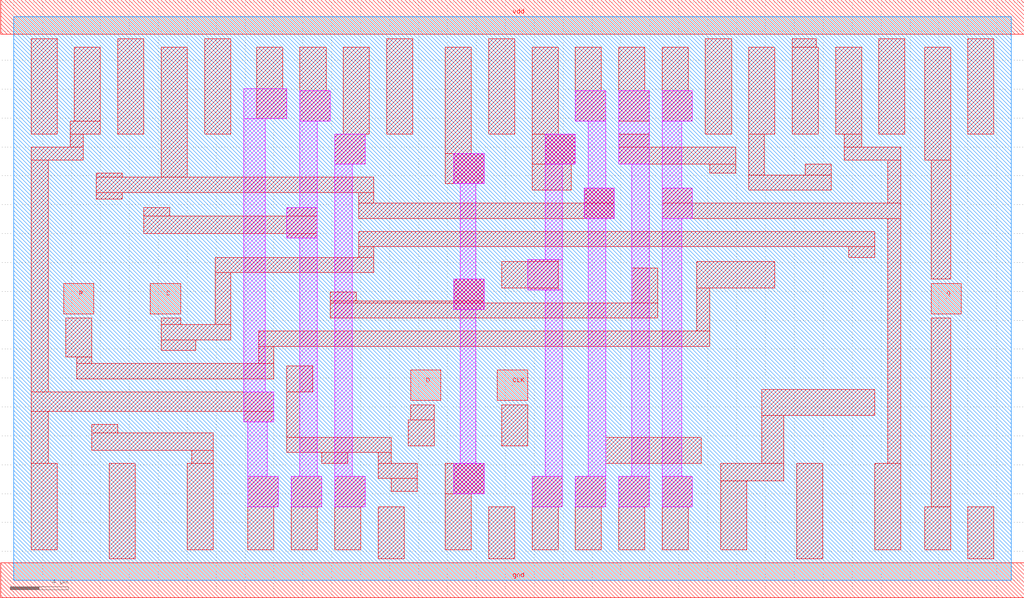
<source format=lef>
#--------------------------------------------------
# LEF file for Route & Via Rile
#  Ported from osu050 by GoodKook@gmail.com
#

VERSION 5.7 ;
  NOWIREEXTENSIONATPIN ON ;
  DIVIDERCHAR "/" ;
  BUSBITCHARS "[]" ;

UNITS
  DATABASE MICRONS 1000 ;
END UNITS

USEMINSPACING OBS ON ;
USEMINSPACING PIN OFF ;
CLEARANCEMEASURE EUCLIDEAN ;

MANUFACTURINGGRID 0.15 ;

LAYER nwell
  TYPE	MASTERSLICE ;
END nwell

LAYER nactive
  TYPE	MASTERSLICE ;
END nactive

LAYER pactive
  TYPE	MASTERSLICE ;
END pactive

LAYER poly
  TYPE	MASTERSLICE ;
END poly

LAYER cc
  TYPE	CUT ;
  SPACING	0.9 ;
END cc

LAYER metal1
  TYPE		ROUTING ;
  DIRECTION	HORIZONTAL ;
  PITCH		3.0 ;
  OFFSET	1.5 ;
  WIDTH	    0.9 ;   # ETRI050 Rule: WIDTH=0.8
  SPACING	1.05 ;  # ETRI050 Rule: SPACING=1.0
  RESISTANCE	RPERSQ 0.09 ;
  CAPACITANCE	CPERSQDIST 3.2e-05 ;
END metal1

LAYER via1
  TYPE	CUT ;
  SPACING	0.9 ;
END via1

LAYER metal2
  TYPE		ROUTING ;
  DIRECTION	VERTICAL ;
  PITCH		3.0 ;
  OFFSET	1.5 ;
  WIDTH		1.05 ;  # ETRI050 Rule: WIDTH=1.0
  SPACING	1.05 ;  # ETRI050 Rule: SPACING=1.0
  RESISTANCE	RPERSQ 0.09 ;
  CAPACITANCE	CPERSQDIST 1.6e-05 ;
END metal2

LAYER via2
  TYPE	CUT ;
  SPACING	0.9 ;
END via2

LAYER metal3
  TYPE		ROUTING ;
  DIRECTION	HORIZONTAL ;
  PITCH		3.0 ;
  OFFSET	1.5 ;
  WIDTH		1.2 ;   # ETRI050 Rule: WIDTH=1.2
  SPACING	1.05 ;  # ETRI050 Rule: SPACING=1.0
  RESISTANCE	RPERSQ 0.05 ;
  CAPACITANCE	CPERSQDIST 1e-05 ;
END metal3

SPACING
  SAMENET cc   via1	0.900 ;
  SAMENET via1 via2	0.900 ;
END SPACING

VIA M2_M1 DEFAULT
  LAYER metal1 ;
    RECT -1.050 -1.050 1.050 1.050 ;
  LAYER via1 ;
    RECT -0.450 -0.450 0.450 0.450 ;
  LAYER metal2 ;
    RECT -1.050 -1.050 1.050 1.050 ;
END M2_M1

VIA M3_M2 DEFAULT
  LAYER metal2 ;
    RECT -1.050 -1.050 1.050 1.050 ;
  LAYER via2 ;
    RECT -0.450 -0.450 0.450 0.450 ;
  LAYER metal3 ;
    RECT -1.050 -1.050 1.050 1.050 ;
END M3_M2


VIARULE viagen21 GENERATE
  LAYER metal1 ;
    DIRECTION HORIZONTAL ;
    WIDTH 2.1 TO 210 ;
    OVERHANG 0.0 ;
    METALOVERHANG 0 ;
  LAYER metal2 ;
    DIRECTION VERTICAL ;
    WIDTH 2.1 TO 210 ;
    OVERHANG 0.0 ;
    METALOVERHANG 0 ;
  LAYER via1 ;
#    RECT -1.05 -1.05 1.05 1.05 ;
    RECT -0.450 -0.450 0.450 0.450 ;
    SPACING 0.9 BY 0.9 ;
END viagen21

VIARULE viagen32 GENERATE
  LAYER metal3 ;
    DIRECTION HORIZONTAL ;
    WIDTH 2.1 TO 210 ;
    OVERHANG 0.0 ;
    METALOVERHANG 0 ;
  LAYER metal2 ;
    DIRECTION VERTICAL ;
    WIDTH 2.1 TO 210 ;
    OVERHANG 0.0 ;
    METALOVERHANG 0 ;
  LAYER via2 ;
#    RECT -1.05 -1.05 1.05 1.05 ;
    RECT -0.450 -0.450 0.450 0.450 ;
    SPACING 0.9 BY 0.9 ;
END viagen32

VIARULE TURN1 GENERATE
  LAYER metal1 ;
    DIRECTION HORIZONTAL ;
  LAYER metal1 ;
    DIRECTION VERTICAL ;
END TURN1

VIARULE TURN2 GENERATE
  LAYER metal2 ;
    DIRECTION HORIZONTAL ;
  LAYER metal2 ;
    DIRECTION VERTICAL ;
END TURN2

VIARULE TURN3 GENERATE
  LAYER metal3 ;
    DIRECTION HORIZONTAL ;
  LAYER metal3 ;
    DIRECTION VERTICAL ;
END TURN3

SITE  corner
    CLASS	PAD ;
    SYMMETRY	R90 Y ;
    SIZE	300.000 BY 300.000 ;
END  corner

SITE  IO
    CLASS	PAD ;
    SYMMETRY	Y ;
    SIZE	90.000 BY 300.000 ;
END  IO

SITE  core
    CLASS	CORE ;
    SYMMETRY	Y ;
    SIZE	3.000 BY 30.000 ;
END  core

# =====================================================================
#  Core MACROS
# =====================================================================
MACRO AND2X1
  CLASS CORE ;
  FOREIGN AND2X1 ;
  ORIGIN 0.000 0.000 ;
  SIZE 12.000 BY 39.000 ;
  SYMMETRY X Y ;
  SITE core ;
  PIN A
    DIRECTION INPUT ;
    USE SIGNAL ;
    PORT
      LAYER metal1 ;
        RECT 0.450 18.450 2.550 20.550 ;
    END
  END A
  PIN B
    DIRECTION INPUT ;
    USE SIGNAL ;
    PORT
      LAYER metal1 ;
        RECT 6.450 15.450 8.550 17.550 ;
    END
  END B
  PIN Y
    DIRECTION OUTPUT ;
    USE SIGNAL ;
    PORT
      LAYER metal1 ;
        RECT 9.450 18.450 11.550 20.550 ;
    END
  END Y
  PIN vdd
    DIRECTION INOUT ;
    USE POWER ;
    SHAPE ABUTMENT ;
    PORT
      LAYER metal1 ;
        RECT -0.900 37.800 12.900 40.200 ;
    END
  END vdd
  PIN gnd
    DIRECTION INOUT ;
    USE GROUND ;
    SHAPE ABUTMENT ;
    PORT
      LAYER metal1 ;
        RECT -0.900 -1.200 12.900 1.200 ;
    END
  END gnd
  OBS
      LAYER metal1 ;
        RECT 0.600 30.900 2.400 37.500 ;
        RECT 3.600 30.900 5.400 36.900 ;
        RECT 6.600 30.900 8.400 37.500 ;
        RECT 9.600 30.900 11.400 36.900 ;
        RECT 0.900 17.550 2.550 18.150 ;
        RECT 0.900 15.750 2.700 17.550 ;
        RECT 3.600 10.800 4.500 30.900 ;
        RECT 9.900 20.850 11.100 30.900 ;
        RECT 6.450 14.550 7.800 15.150 ;
        RECT 5.700 12.750 7.800 14.550 ;
        RECT 0.600 9.600 9.000 10.800 ;
        RECT 0.600 2.100 2.400 9.600 ;
        RECT 7.200 9.000 9.000 9.600 ;
        RECT 5.100 1.500 6.900 8.100 ;
        RECT 9.900 6.000 11.100 18.150 ;
        RECT 8.100 5.100 11.100 6.000 ;
        RECT 8.100 2.100 9.900 5.100 ;
  END
END AND2X1
MACRO AND2X2
  CLASS CORE ;
  FOREIGN AND2X2 ;
  ORIGIN 0.000 0.000 ;
  SIZE 12.000 BY 39.000 ;
  SYMMETRY X Y ;
  SITE core ;
  PIN A
    DIRECTION INPUT ;
    USE SIGNAL ;
    PORT
      LAYER metal1 ;
        RECT 0.450 18.450 2.550 20.550 ;
    END
  END A
  PIN B
    DIRECTION INPUT ;
    USE SIGNAL ;
    PORT
      LAYER metal1 ;
        RECT 6.450 15.450 8.550 17.550 ;
    END
  END B
  PIN Y
    DIRECTION OUTPUT ;
    USE SIGNAL ;
    PORT
      LAYER metal1 ;
        RECT 9.450 18.450 11.550 20.550 ;
    END
  END Y
  PIN vdd
    DIRECTION INOUT ;
    USE POWER ;
    SHAPE ABUTMENT ;
    PORT
      LAYER metal1 ;
        RECT -0.900 37.800 12.900 40.200 ;
    END
  END vdd
  PIN gnd
    DIRECTION INOUT ;
    USE GROUND ;
    SHAPE ABUTMENT ;
    PORT
      LAYER metal1 ;
        RECT -0.900 -1.200 12.900 1.200 ;
    END
  END gnd
  OBS
      LAYER metal1 ;
        RECT 0.600 30.900 2.400 37.500 ;
        RECT 3.600 30.900 5.400 36.900 ;
        RECT 0.750 15.750 2.550 18.150 ;
        RECT 3.600 10.800 4.500 30.900 ;
        RECT 6.600 24.900 8.400 37.500 ;
        RECT 9.600 24.900 11.400 36.900 ;
        RECT 9.900 20.850 11.100 24.900 ;
        RECT 6.450 14.550 7.800 15.150 ;
        RECT 5.700 12.750 7.800 14.550 ;
        RECT 0.600 9.900 9.000 10.800 ;
        RECT 0.600 2.100 2.400 9.900 ;
        RECT 7.200 9.000 9.000 9.900 ;
        RECT 9.900 8.100 11.100 18.150 ;
        RECT 5.100 1.500 6.900 8.100 ;
        RECT 8.100 6.000 11.100 8.100 ;
        RECT 8.100 2.100 9.900 6.000 ;
  END
END AND2X2
MACRO AOI21X1
  CLASS CORE ;
  FOREIGN AOI21X1 ;
  ORIGIN 0.000 0.000 ;
  SIZE 12.000 BY 39.000 ;
  SYMMETRY X Y ;
  SITE core ;
  PIN A
    DIRECTION INPUT ;
    USE SIGNAL ;
    PORT
      LAYER metal1 ;
        RECT 0.450 18.450 2.550 20.550 ;
    END
  END A
  PIN B
    DIRECTION INPUT ;
    USE SIGNAL ;
    PORT
      LAYER metal1 ;
        RECT 3.450 15.450 5.550 17.550 ;
    END
  END B
  PIN C
    DIRECTION INPUT ;
    USE SIGNAL ;
    PORT
      LAYER metal1 ;
        RECT 6.450 18.450 8.550 20.550 ;
    END
  END C
  PIN Y
    DIRECTION OUTPUT ;
    USE SIGNAL ;
    PORT
      LAYER metal1 ;
        RECT 9.450 15.450 11.550 17.550 ;
    END
  END Y
  PIN vdd
    DIRECTION INOUT ;
    USE POWER ;
    SHAPE ABUTMENT ;
    PORT
      LAYER metal1 ;
        RECT -0.900 37.800 12.900 40.200 ;
        RECT 3.600 26.700 5.400 37.800 ;
    END
  END vdd
  PIN gnd
    DIRECTION INOUT ;
    USE GROUND ;
    SHAPE ABUTMENT ;
    PORT
      LAYER metal1 ;
        RECT 1.500 1.200 3.300 8.100 ;
        RECT 9.000 1.200 10.800 5.100 ;
        RECT -0.900 -1.200 12.900 1.200 ;
    END
  END gnd
  OBS
      LAYER metal1 ;
        RECT 0.600 25.800 2.400 36.900 ;
        RECT 6.600 25.800 8.400 36.900 ;
        RECT 0.600 24.900 8.400 25.800 ;
        RECT 9.600 24.900 11.400 36.900 ;
        RECT 0.750 15.750 2.550 18.150 ;
        RECT 6.600 15.750 8.400 18.150 ;
        RECT 9.750 17.850 10.950 24.900 ;
        RECT 3.750 12.750 5.550 15.150 ;
        RECT 9.750 8.100 10.950 15.150 ;
        RECT 6.000 7.050 10.950 8.100 ;
        RECT 6.000 2.100 7.800 7.050 ;
  END
END AOI21X1
MACRO AOI22X1
  CLASS CORE ;
  FOREIGN AOI22X1 ;
  ORIGIN 0.000 0.000 ;
  SIZE 15.000 BY 39.000 ;
  SYMMETRY X Y ;
  SITE core ;
  PIN A
    DIRECTION INPUT ;
    USE SIGNAL ;
    PORT
      LAYER metal1 ;
        RECT 0.450 18.450 2.550 20.550 ;
    END
  END A
  PIN B
    DIRECTION INPUT ;
    USE SIGNAL ;
    PORT
      LAYER metal1 ;
        RECT 3.450 15.450 5.550 17.550 ;
    END
  END B
  PIN C
    DIRECTION INPUT ;
    USE SIGNAL ;
    PORT
      LAYER metal1 ;
        RECT 12.450 18.450 14.550 20.550 ;
    END
  END C
  PIN D
    DIRECTION INPUT ;
    USE SIGNAL ;
    PORT
      LAYER metal1 ;
        RECT 9.450 15.450 11.550 17.550 ;
    END
  END D
  PIN Y
    DIRECTION OUTPUT ;
    USE SIGNAL ;
    PORT
      LAYER metal1 ;
        RECT 6.450 18.450 8.550 20.550 ;
    END
  END Y
  PIN vdd
    DIRECTION INOUT ;
    USE POWER ;
    SHAPE ABUTMENT ;
    PORT
      LAYER metal1 ;
        RECT -0.900 37.800 15.900 40.200 ;
    END
  END vdd
  PIN gnd
    DIRECTION INOUT ;
    USE GROUND ;
    SHAPE ABUTMENT ;
    PORT
      LAYER metal1 ;
        RECT -0.900 -1.200 15.900 1.200 ;
    END
  END gnd
  OBS
      LAYER metal1 ;
        RECT 0.600 26.250 2.400 36.900 ;
        RECT 3.600 27.150 5.400 37.500 ;
        RECT 6.600 36.000 14.400 36.900 ;
        RECT 6.600 26.250 8.400 36.000 ;
        RECT 0.600 25.350 8.400 26.250 ;
        RECT 9.600 24.150 11.400 35.100 ;
        RECT 12.600 24.900 14.400 36.000 ;
        RECT 6.900 23.250 11.400 24.150 ;
        RECT 6.900 20.850 8.100 23.250 ;
        RECT 0.750 15.750 2.550 18.150 ;
        RECT 3.900 14.550 5.550 15.150 ;
        RECT 3.900 12.750 5.700 14.550 ;
        RECT 6.600 8.100 7.500 18.150 ;
        RECT 12.450 15.300 14.250 18.150 ;
        RECT 9.450 14.100 11.100 15.150 ;
        RECT 8.700 12.300 11.100 14.100 ;
        RECT 1.200 1.500 3.000 8.100 ;
        RECT 5.700 2.100 7.500 8.100 ;
        RECT 10.200 1.500 12.000 8.100 ;
  END
END AOI22X1
MACRO BUFX2
  CLASS CORE ;
  FOREIGN BUFX2 ;
  ORIGIN 0.000 0.000 ;
  SIZE 9.000 BY 39.000 ;
  SYMMETRY X Y ;
  SITE core ;
  PIN A
    DIRECTION INPUT ;
    USE SIGNAL ;
    PORT
      LAYER metal1 ;
        RECT 0.450 18.450 2.550 20.550 ;
    END
  END A
  PIN Y
    DIRECTION OUTPUT ;
    USE SIGNAL ;
    PORT
      LAYER metal1 ;
        RECT 6.450 18.450 8.550 20.550 ;
    END
  END Y
  PIN vdd
    DIRECTION INOUT ;
    USE POWER ;
    SHAPE ABUTMENT ;
    PORT
      LAYER metal1 ;
        RECT -0.900 37.800 9.900 40.200 ;
    END
  END vdd
  PIN gnd
    DIRECTION INOUT ;
    USE GROUND ;
    SHAPE ABUTMENT ;
    PORT
      LAYER metal1 ;
        RECT -0.900 -1.200 9.900 1.200 ;
    END
  END gnd
  OBS
      LAYER metal1 ;
        RECT 0.600 30.900 2.400 36.900 ;
        RECT 0.600 24.150 1.800 30.900 ;
        RECT 3.600 26.700 5.400 37.500 ;
        RECT 6.600 25.050 8.400 36.900 ;
        RECT 0.600 23.100 6.300 24.150 ;
        RECT 4.500 22.350 6.300 23.100 ;
        RECT 0.750 15.750 2.550 18.150 ;
        RECT 4.500 10.800 5.550 22.350 ;
        RECT 7.200 20.850 8.400 25.050 ;
        RECT 4.500 10.200 6.300 10.800 ;
        RECT 0.600 9.000 6.300 10.200 ;
        RECT 0.600 5.100 1.800 9.000 ;
        RECT 7.200 8.100 8.400 18.150 ;
        RECT 0.600 2.100 2.400 5.100 ;
        RECT 3.600 1.500 5.400 8.100 ;
        RECT 6.600 2.100 8.400 8.100 ;
  END
END BUFX2
MACRO BUFX4
  CLASS CORE ;
  FOREIGN BUFX4 ;
  ORIGIN 0.000 0.000 ;
  SIZE 12.000 BY 39.000 ;
  SYMMETRY X Y ;
  SITE core ;
  PIN A
    DIRECTION INPUT ;
    USE SIGNAL ;
    PORT
      LAYER metal1 ;
        RECT 0.450 18.450 2.550 20.550 ;
    END
  END A
  PIN Y
    DIRECTION OUTPUT ;
    USE SIGNAL ;
    PORT
      LAYER metal1 ;
        RECT 9.450 18.450 11.550 20.550 ;
    END
  END Y
  PIN vdd
    DIRECTION INOUT ;
    USE POWER ;
    SHAPE ABUTMENT ;
    PORT
      LAYER metal1 ;
        RECT -0.900 37.800 12.900 40.200 ;
    END
  END vdd
  PIN gnd
    DIRECTION INOUT ;
    USE GROUND ;
    SHAPE ABUTMENT ;
    PORT
      LAYER metal1 ;
        RECT -0.900 -1.200 12.900 1.200 ;
    END
  END gnd
  OBS
      LAYER metal1 ;
        RECT 0.600 27.900 2.400 36.900 ;
        RECT 0.600 24.300 1.800 27.900 ;
        RECT 3.600 25.200 5.400 37.500 ;
        RECT 6.600 25.200 8.400 36.900 ;
        RECT 0.600 23.400 5.550 24.300 ;
        RECT 4.500 23.250 5.550 23.400 ;
        RECT 7.350 24.000 8.400 25.200 ;
        RECT 9.600 24.900 11.400 37.500 ;
        RECT 4.500 21.450 6.300 23.250 ;
        RECT 7.350 23.100 11.100 24.000 ;
        RECT 0.900 17.550 2.550 18.150 ;
        RECT 0.900 15.750 2.700 17.550 ;
        RECT 4.650 10.800 5.550 21.450 ;
        RECT 9.900 20.850 11.100 23.100 ;
        RECT 4.650 9.900 6.450 10.800 ;
        RECT 9.900 10.200 11.100 18.150 ;
        RECT 0.600 9.000 6.450 9.900 ;
        RECT 7.350 9.000 11.100 10.200 ;
        RECT 0.600 6.600 1.800 9.000 ;
        RECT 7.350 8.100 8.400 9.000 ;
        RECT 0.600 2.100 2.400 6.600 ;
        RECT 3.600 1.500 5.400 8.100 ;
        RECT 6.600 2.100 8.400 8.100 ;
        RECT 9.600 1.500 11.400 8.100 ;
  END
END BUFX4
MACRO CLKBUF1
  CLASS CORE ;
  FOREIGN CLKBUF1 ;
  ORIGIN 0.000 0.000 ;
  SIZE 27.000 BY 39.000 ;
  SYMMETRY X Y ;
  SITE core ;
  PIN A
    DIRECTION INPUT ;
    USE SIGNAL ;
    PORT
      LAYER metal1 ;
        RECT 0.450 18.450 2.550 20.550 ;
    END
  END A
  PIN Y
    DIRECTION OUTPUT ;
    USE SIGNAL ;
    PORT
      LAYER metal1 ;
        RECT 24.450 18.450 26.550 20.550 ;
    END
  END Y
  PIN vdd
    DIRECTION INOUT ;
    USE POWER ;
    SHAPE ABUTMENT ;
    PORT
      LAYER metal1 ;
        RECT -0.900 37.800 27.900 40.200 ;
    END
  END vdd
  PIN gnd
    DIRECTION INOUT ;
    USE GROUND ;
    SHAPE ABUTMENT ;
    PORT
      LAYER metal1 ;
        RECT -0.900 -1.200 27.900 1.200 ;
    END
  END gnd
  OBS
      LAYER metal1 ;
        RECT 0.600 24.900 2.400 37.500 ;
        RECT 3.600 24.000 5.400 36.900 ;
        RECT 6.600 24.900 8.400 37.500 ;
        RECT 9.600 24.000 11.400 36.900 ;
        RECT 12.600 24.900 14.400 37.500 ;
        RECT 15.600 24.000 17.400 36.900 ;
        RECT 18.600 24.900 20.400 37.500 ;
        RECT 21.600 24.000 23.400 36.900 ;
        RECT 24.600 24.900 26.400 37.500 ;
        RECT 3.600 22.800 6.900 24.000 ;
        RECT 9.600 22.800 13.500 24.000 ;
        RECT 15.600 22.800 19.500 24.000 ;
        RECT 21.600 22.800 26.100 24.000 ;
        RECT 0.900 17.550 2.550 18.150 ;
        RECT 0.900 15.750 2.700 17.550 ;
        RECT 5.700 17.400 6.900 22.800 ;
        RECT 8.700 17.400 10.500 18.000 ;
        RECT 5.700 16.200 10.500 17.400 ;
        RECT 12.300 17.400 13.500 22.800 ;
        RECT 14.700 17.400 16.500 18.000 ;
        RECT 12.300 16.200 16.500 17.400 ;
        RECT 18.300 17.400 19.500 22.800 ;
        RECT 24.750 20.850 26.100 22.800 ;
        RECT 20.700 17.400 22.500 18.000 ;
        RECT 18.300 16.200 22.500 17.400 ;
        RECT 5.700 10.200 6.900 16.200 ;
        RECT 12.300 10.200 13.500 16.200 ;
        RECT 18.300 10.200 19.500 16.200 ;
        RECT 24.750 10.200 26.100 18.150 ;
        RECT 3.600 9.000 6.900 10.200 ;
        RECT 9.600 9.000 13.500 10.200 ;
        RECT 15.600 9.000 19.500 10.200 ;
        RECT 21.600 9.000 26.100 10.200 ;
        RECT 0.600 1.500 2.400 8.100 ;
        RECT 3.600 2.100 5.400 9.000 ;
        RECT 6.600 1.500 8.400 8.100 ;
        RECT 9.600 2.100 11.400 9.000 ;
        RECT 12.600 1.500 14.400 8.100 ;
        RECT 15.600 2.100 17.400 9.000 ;
        RECT 18.600 1.500 20.400 8.100 ;
        RECT 21.600 2.100 23.400 9.000 ;
        RECT 24.600 1.500 26.400 8.100 ;
  END
END CLKBUF1
MACRO CLKBUF2
  CLASS CORE ;
  FOREIGN CLKBUF2 ;
  ORIGIN 0.000 0.000 ;
  SIZE 39.000 BY 39.000 ;
  SYMMETRY X Y ;
  SITE core ;
  PIN A
    DIRECTION INPUT ;
    USE SIGNAL ;
    PORT
      LAYER metal1 ;
        RECT 0.450 18.450 2.550 20.550 ;
    END
  END A
  PIN Y
    DIRECTION OUTPUT ;
    USE SIGNAL ;
    PORT
      LAYER metal1 ;
        RECT 36.450 18.450 38.550 20.550 ;
    END
  END Y
  PIN vdd
    DIRECTION INOUT ;
    USE POWER ;
    SHAPE ABUTMENT ;
    PORT
      LAYER metal1 ;
        RECT -0.900 37.800 39.900 40.200 ;
    END
  END vdd
  PIN gnd
    DIRECTION INOUT ;
    USE GROUND ;
    SHAPE ABUTMENT ;
    PORT
      LAYER metal1 ;
        RECT -0.900 -1.200 39.900 1.200 ;
    END
  END gnd
  OBS
      LAYER metal1 ;
        RECT 0.600 24.900 2.400 37.500 ;
        RECT 3.600 24.000 5.400 36.900 ;
        RECT 6.600 24.900 8.400 37.500 ;
        RECT 9.600 24.000 11.400 36.900 ;
        RECT 12.600 24.900 14.400 37.500 ;
        RECT 15.600 24.000 17.400 36.900 ;
        RECT 18.600 24.900 20.400 37.500 ;
        RECT 21.600 24.000 23.400 36.900 ;
        RECT 24.600 24.900 26.400 37.500 ;
        RECT 27.600 24.000 29.400 36.900 ;
        RECT 30.600 24.900 32.400 37.500 ;
        RECT 33.600 24.000 35.400 36.900 ;
        RECT 36.600 24.900 38.400 37.500 ;
        RECT 3.600 22.800 6.900 24.000 ;
        RECT 9.600 22.800 13.500 24.000 ;
        RECT 15.600 22.800 19.500 24.000 ;
        RECT 21.600 22.800 25.800 24.000 ;
        RECT 27.600 22.800 30.900 24.000 ;
        RECT 33.600 22.800 38.100 24.000 ;
        RECT 0.900 17.550 2.550 18.150 ;
        RECT 5.700 17.700 6.900 22.800 ;
        RECT 8.700 17.700 10.500 18.300 ;
        RECT 0.900 15.750 2.700 17.550 ;
        RECT 5.700 16.500 10.500 17.700 ;
        RECT 12.300 17.700 13.500 22.800 ;
        RECT 14.700 17.700 16.500 18.300 ;
        RECT 12.300 16.500 16.500 17.700 ;
        RECT 18.300 17.700 19.500 22.800 ;
        RECT 20.700 17.700 22.500 18.300 ;
        RECT 18.300 16.500 22.500 17.700 ;
        RECT 24.600 17.700 25.800 22.800 ;
        RECT 26.700 17.700 28.500 18.300 ;
        RECT 24.600 16.500 28.500 17.700 ;
        RECT 29.700 17.700 30.900 22.800 ;
        RECT 36.900 20.850 38.100 22.800 ;
        RECT 32.700 17.700 34.500 18.300 ;
        RECT 29.700 16.500 34.500 17.700 ;
        RECT 5.700 10.200 6.900 16.500 ;
        RECT 12.300 10.200 13.500 16.500 ;
        RECT 18.300 10.200 19.500 16.500 ;
        RECT 24.600 10.200 25.800 16.500 ;
        RECT 29.700 10.200 30.900 16.500 ;
        RECT 36.900 10.200 38.100 18.150 ;
        RECT 3.600 9.000 6.900 10.200 ;
        RECT 9.600 9.000 13.500 10.200 ;
        RECT 15.600 9.000 19.500 10.200 ;
        RECT 21.600 9.000 25.800 10.200 ;
        RECT 27.600 9.000 30.900 10.200 ;
        RECT 33.600 9.000 38.100 10.200 ;
        RECT 0.600 1.500 2.400 8.100 ;
        RECT 3.600 2.100 5.400 9.000 ;
        RECT 6.600 1.500 8.400 8.100 ;
        RECT 9.600 2.100 11.400 9.000 ;
        RECT 12.600 1.500 14.400 8.100 ;
        RECT 15.600 2.100 17.400 9.000 ;
        RECT 18.600 1.500 20.400 8.100 ;
        RECT 21.600 2.100 23.400 9.000 ;
        RECT 24.600 1.500 26.400 8.100 ;
        RECT 27.600 2.100 29.400 9.000 ;
        RECT 30.600 1.500 32.400 8.100 ;
        RECT 33.600 2.100 35.400 9.000 ;
        RECT 36.600 1.500 38.400 8.100 ;
  END
END CLKBUF2
MACRO CLKBUF3
  CLASS CORE ;
  FOREIGN CLKBUF3 ;
  ORIGIN 0.000 0.000 ;
  SIZE 51.000 BY 39.000 ;
  SYMMETRY X Y ;
  SITE core ;
  PIN A
    DIRECTION INPUT ;
    USE SIGNAL ;
    PORT
      LAYER metal1 ;
        RECT 0.450 18.450 2.550 20.550 ;
    END
  END A
  PIN Y
    DIRECTION OUTPUT ;
    USE SIGNAL ;
    PORT
      LAYER metal1 ;
        RECT 45.450 18.450 47.550 20.550 ;
    END
  END Y
  PIN vdd
    DIRECTION INOUT ;
    USE POWER ;
    SHAPE ABUTMENT ;
    PORT
      LAYER metal1 ;
        RECT -0.900 37.800 51.900 40.200 ;
    END
  END vdd
  PIN gnd
    DIRECTION INOUT ;
    USE GROUND ;
    SHAPE ABUTMENT ;
    PORT
      LAYER metal1 ;
        RECT -0.900 -1.200 51.900 1.200 ;
    END
  END gnd
  OBS
      LAYER metal1 ;
        RECT 0.600 24.900 2.400 37.500 ;
        RECT 3.600 24.000 5.400 36.900 ;
        RECT 6.600 24.900 8.400 37.500 ;
        RECT 9.600 24.000 11.400 36.900 ;
        RECT 12.600 24.900 14.400 37.500 ;
        RECT 15.600 24.000 17.400 36.900 ;
        RECT 18.600 24.900 20.400 37.500 ;
        RECT 21.600 24.000 23.400 36.900 ;
        RECT 24.600 24.900 26.400 37.500 ;
        RECT 27.600 24.000 29.400 36.900 ;
        RECT 30.600 24.900 32.400 37.500 ;
        RECT 33.600 24.000 35.400 36.900 ;
        RECT 36.600 24.900 38.400 37.500 ;
        RECT 39.600 24.000 41.400 36.900 ;
        RECT 42.600 24.900 44.400 37.500 ;
        RECT 45.600 24.900 47.400 36.900 ;
        RECT 48.600 24.900 50.400 37.500 ;
        RECT 3.600 22.800 7.050 24.000 ;
        RECT 9.600 22.800 13.500 24.000 ;
        RECT 15.600 22.800 19.500 24.000 ;
        RECT 21.600 22.800 25.800 24.000 ;
        RECT 27.600 22.800 30.900 24.000 ;
        RECT 33.600 22.800 37.500 24.000 ;
        RECT 39.600 22.800 43.500 24.000 ;
        RECT 0.900 17.550 2.550 18.150 ;
        RECT 0.900 15.750 2.700 17.550 ;
        RECT 5.850 17.400 7.050 22.800 ;
        RECT 8.700 17.400 10.500 18.000 ;
        RECT 5.850 16.200 10.500 17.400 ;
        RECT 12.300 17.400 13.500 22.800 ;
        RECT 14.700 17.400 16.500 18.000 ;
        RECT 12.300 16.200 16.500 17.400 ;
        RECT 18.300 17.400 19.500 22.800 ;
        RECT 20.700 17.400 22.500 18.000 ;
        RECT 18.300 16.200 22.500 17.400 ;
        RECT 24.600 17.400 25.800 22.800 ;
        RECT 26.700 17.400 28.500 18.000 ;
        RECT 24.600 16.200 28.500 17.400 ;
        RECT 29.700 17.400 30.900 22.800 ;
        RECT 32.700 17.400 34.500 18.000 ;
        RECT 29.700 16.200 34.500 17.400 ;
        RECT 36.300 17.400 37.500 22.800 ;
        RECT 38.700 17.400 40.500 18.000 ;
        RECT 36.300 16.200 40.500 17.400 ;
        RECT 5.850 10.200 7.050 16.200 ;
        RECT 12.300 10.200 13.500 16.200 ;
        RECT 18.300 10.200 19.500 16.200 ;
        RECT 24.600 10.200 25.800 16.200 ;
        RECT 29.700 10.200 30.900 16.200 ;
        RECT 36.300 10.200 37.500 16.200 ;
        RECT 42.300 16.050 43.500 22.800 ;
        RECT 45.900 20.850 47.400 24.900 ;
        RECT 42.300 14.850 46.500 16.050 ;
        RECT 42.300 10.200 43.500 14.850 ;
        RECT 44.700 14.250 46.500 14.850 ;
        RECT 47.850 10.200 48.900 20.550 ;
        RECT 3.600 9.000 7.050 10.200 ;
        RECT 9.600 9.000 13.500 10.200 ;
        RECT 15.600 9.000 19.500 10.200 ;
        RECT 21.600 9.000 25.800 10.200 ;
        RECT 27.600 9.000 30.900 10.200 ;
        RECT 33.600 9.000 37.500 10.200 ;
        RECT 39.600 9.000 43.500 10.200 ;
        RECT 45.600 9.000 48.900 10.200 ;
        RECT 0.600 1.500 2.400 8.100 ;
        RECT 3.600 2.100 5.400 9.000 ;
        RECT 6.600 1.500 8.400 8.100 ;
        RECT 9.600 2.100 11.400 9.000 ;
        RECT 12.600 1.500 14.400 8.100 ;
        RECT 15.600 2.100 17.400 9.000 ;
        RECT 18.600 1.500 20.400 8.100 ;
        RECT 21.600 2.100 23.400 9.000 ;
        RECT 24.600 1.500 26.400 8.100 ;
        RECT 27.600 2.100 29.400 9.000 ;
        RECT 30.600 1.500 32.400 8.100 ;
        RECT 33.600 2.100 35.400 9.000 ;
        RECT 36.600 1.500 38.400 8.100 ;
        RECT 39.600 2.100 41.400 9.000 ;
        RECT 42.600 1.500 44.400 8.100 ;
        RECT 45.600 2.100 47.400 9.000 ;
        RECT 48.600 1.500 50.400 8.100 ;
  END
END CLKBUF3
MACRO DFFNEGX1
  CLASS CORE ;
  FOREIGN DFFNEGX1 ;
  ORIGIN 0.000 0.000 ;
  SIZE 33.000 BY 39.000 ;
  SYMMETRY X Y ;
  SITE core ;
  PIN D
    DIRECTION INPUT ;
    USE SIGNAL ;
    PORT
      LAYER metal1 ;
        RECT 12.450 18.450 14.550 20.550 ;
    END
  END D
  PIN CLK
    DIRECTION INPUT ;
    USE CLOCK ;
    PORT
      LAYER metal1 ;
        RECT 3.450 18.450 5.550 20.550 ;
    END
  END CLK
  PIN Q
    DIRECTION OUTPUT ;
    USE SIGNAL ;
    PORT
      LAYER metal1 ;
        RECT 30.450 18.450 32.550 20.550 ;
    END
  END Q
  PIN vdd
    DIRECTION INOUT ;
    USE POWER ;
    SHAPE ABUTMENT ;
    PORT
      LAYER metal1 ;
        RECT -0.900 37.800 33.900 40.200 ;
    END
  END vdd
  PIN gnd
    DIRECTION INOUT ;
    USE GROUND ;
    SHAPE ABUTMENT ;
    PORT
      LAYER metal1 ;
        RECT -0.900 -1.200 33.900 1.200 ;
    END
  END gnd
  OBS
      LAYER metal1 ;
        RECT 0.300 24.300 2.100 36.900 ;
        RECT 3.300 25.350 5.100 37.500 ;
        RECT 8.100 32.100 9.900 36.900 ;
        RECT 6.000 30.900 9.900 32.100 ;
        RECT 12.900 30.900 14.700 37.500 ;
        RECT 15.900 30.900 17.700 36.900 ;
        RECT 18.900 30.900 20.700 37.500 ;
        RECT 23.400 30.900 25.200 36.900 ;
        RECT 6.000 28.800 8.100 30.900 ;
        RECT 15.900 30.000 16.800 30.900 ;
        RECT 9.000 27.300 10.800 30.000 ;
        RECT 12.000 29.100 18.600 30.000 ;
        RECT 12.000 28.200 13.800 29.100 ;
        RECT 16.800 28.200 18.600 29.100 ;
        RECT 23.100 28.800 25.200 30.900 ;
        RECT 9.000 25.200 11.100 27.300 ;
        RECT 24.000 27.000 25.800 27.600 ;
        RECT 18.900 25.800 25.800 27.000 ;
        RECT 18.900 25.200 20.700 25.800 ;
        RECT 18.900 24.300 19.800 25.200 ;
        RECT 27.900 24.900 29.700 37.500 ;
        RECT 30.900 24.900 32.700 36.900 ;
        RECT 0.300 23.400 19.800 24.300 ;
        RECT 0.300 8.100 1.200 23.400 ;
        RECT 7.200 23.100 19.800 23.400 ;
        RECT 7.200 22.500 9.000 23.100 ;
        RECT 30.900 22.800 32.100 24.900 ;
        RECT 26.400 21.000 32.100 22.800 ;
        RECT 30.450 20.850 32.100 21.000 ;
        RECT 2.700 18.450 3.150 20.550 ;
        RECT 6.450 19.200 8.250 19.650 ;
        RECT 6.450 18.450 12.150 19.200 ;
        RECT 2.700 18.150 3.450 18.450 ;
        RECT 6.450 18.150 12.450 18.450 ;
        RECT 2.700 12.000 3.900 18.150 ;
        RECT 6.450 17.850 14.550 18.150 ;
        RECT 5.850 15.000 7.950 15.900 ;
        RECT 5.850 14.100 15.600 15.000 ;
        RECT 5.850 13.800 7.950 14.100 ;
        RECT 13.800 13.200 15.600 14.100 ;
        RECT 23.100 14.400 25.200 14.700 ;
        RECT 2.100 11.400 3.900 12.000 ;
        RECT 8.700 11.400 10.800 13.200 ;
        RECT 23.100 12.600 29.400 14.400 ;
        RECT 2.100 10.200 22.500 11.400 ;
        RECT 7.200 8.400 9.000 10.200 ;
        RECT 20.700 9.600 22.500 10.200 ;
        RECT 26.400 10.650 28.200 11.250 ;
        RECT 30.900 10.650 32.100 18.150 ;
        RECT 26.400 9.450 32.100 10.650 ;
        RECT 30.900 8.100 32.100 9.450 ;
        RECT 0.300 2.100 2.100 8.100 ;
        RECT 3.300 1.500 5.100 8.100 ;
        RECT 6.300 5.100 8.400 7.200 ;
        RECT 12.000 6.900 13.800 7.800 ;
        RECT 12.000 6.000 16.800 6.900 ;
        RECT 15.900 5.100 16.800 6.000 ;
        RECT 6.300 4.050 9.900 5.100 ;
        RECT 8.100 2.100 9.900 4.050 ;
        RECT 12.600 1.500 14.400 5.100 ;
        RECT 15.900 2.100 17.700 5.100 ;
        RECT 18.900 1.500 20.700 5.100 ;
        RECT 23.100 4.200 25.200 7.200 ;
        RECT 23.400 2.100 25.200 4.200 ;
        RECT 27.900 1.500 29.700 8.100 ;
        RECT 30.900 2.100 32.700 8.100 ;
      LAYER via1 ;
        RECT 8.700 11.100 10.800 13.200 ;
        RECT 23.100 5.100 25.200 7.200 ;
      LAYER metal2 ;
        RECT 6.000 28.800 8.100 30.900 ;
        RECT 23.100 28.800 25.200 30.900 ;
        RECT 6.450 15.900 7.500 28.800 ;
        RECT 9.000 25.200 11.100 27.300 ;
        RECT 23.100 27.000 24.300 28.800 ;
        RECT 23.100 25.800 24.000 27.000 ;
        RECT 5.850 13.800 7.950 15.900 ;
        RECT 6.450 7.200 7.500 13.800 ;
        RECT 9.450 13.200 10.800 25.200 ;
        RECT 8.700 11.100 10.800 13.200 ;
        RECT 23.100 14.700 24.300 25.800 ;
        RECT 23.100 12.600 25.200 14.700 ;
        RECT 23.100 7.200 24.300 12.600 ;
        RECT 6.300 5.100 8.400 7.200 ;
        RECT 23.100 5.100 25.200 7.200 ;
  END
END DFFNEGX1
MACRO DFFPOSX1
  CLASS CORE ;
  FOREIGN DFFPOSX1 ;
  ORIGIN 0.000 0.000 ;
  SIZE 36.000 BY 39.000 ;
  SYMMETRY X Y ;
  SITE core ;
  PIN D
    DIRECTION INPUT ;
    USE SIGNAL ;
    PORT
      LAYER metal1 ;
        RECT 15.450 18.450 17.550 20.550 ;
    END
  END D
  PIN CLK
    DIRECTION INPUT ;
    USE CLOCK ;
    PORT
      LAYER metal1 ;
        RECT 3.450 18.450 5.550 20.550 ;
    END
  END CLK
  PIN Q
    DIRECTION OUTPUT ;
    USE SIGNAL ;
    PORT
      LAYER metal1 ;
        RECT 30.450 18.450 32.550 20.550 ;
    END
  END Q
  PIN vdd
    DIRECTION INOUT ;
    USE POWER ;
    SHAPE ABUTMENT ;
    PORT
      LAYER metal1 ;
        RECT -0.900 37.800 36.900 40.200 ;
    END
  END vdd
  PIN gnd
    DIRECTION INOUT ;
    USE GROUND ;
    SHAPE ABUTMENT ;
    PORT
      LAYER metal1 ;
        RECT -0.900 -1.200 36.900 1.200 ;
    END
  END gnd
  OBS
      LAYER metal1 ;
        RECT 1.650 26.700 3.450 36.900 ;
        RECT 1.050 24.900 3.450 26.700 ;
        RECT 4.650 24.900 6.450 37.500 ;
        RECT 10.050 31.800 11.850 36.900 ;
        RECT 7.950 30.900 11.850 31.800 ;
        RECT 14.850 30.900 16.650 37.500 ;
        RECT 17.850 30.900 19.650 36.900 ;
        RECT 20.850 30.900 22.650 37.500 ;
        RECT 25.350 30.900 27.150 36.900 ;
        RECT 7.950 28.800 10.050 30.900 ;
        RECT 17.850 30.000 18.750 30.900 ;
        RECT 13.950 29.100 20.550 30.000 ;
        RECT 13.950 28.200 15.750 29.100 ;
        RECT 18.750 28.200 20.550 29.100 ;
        RECT 25.050 28.800 27.150 30.900 ;
        RECT 7.950 27.000 10.050 27.900 ;
        RECT 22.350 27.300 24.150 27.900 ;
        RECT 7.950 25.800 17.550 27.000 ;
        RECT 15.750 25.200 17.550 25.800 ;
        RECT 18.450 26.400 24.150 27.300 ;
        RECT 1.050 24.000 1.950 24.900 ;
        RECT 18.450 24.300 19.350 26.400 ;
        RECT 22.350 26.100 24.150 26.400 ;
        RECT 25.050 26.100 28.050 27.900 ;
        RECT 25.050 25.200 26.250 26.100 ;
        RECT 10.950 24.000 19.350 24.300 ;
        RECT 1.050 23.400 19.350 24.000 ;
        RECT 21.450 24.300 26.250 25.200 ;
        RECT 30.150 24.900 31.950 37.500 ;
        RECT 1.050 22.800 12.750 23.400 ;
        RECT 1.050 8.100 1.950 22.800 ;
        RECT 10.950 22.500 12.750 22.800 ;
        RECT 7.350 18.450 15.150 19.500 ;
        RECT 3.450 15.750 5.250 18.150 ;
        RECT 7.350 17.700 9.150 18.450 ;
        RECT 4.050 12.900 5.250 15.750 ;
        RECT 9.600 12.900 11.400 13.500 ;
        RECT 4.050 11.700 11.400 12.900 ;
        RECT 21.450 11.700 22.350 24.300 ;
        RECT 33.150 20.550 34.950 36.900 ;
        RECT 28.200 18.450 30.150 20.250 ;
        RECT 32.850 18.450 34.950 20.550 ;
        RECT 25.050 13.500 27.150 14.400 ;
        RECT 30.450 13.500 32.250 14.250 ;
        RECT 25.050 12.450 32.250 13.500 ;
        RECT 25.050 12.300 27.150 12.450 ;
        RECT 10.350 10.500 22.350 11.700 ;
        RECT 10.350 8.700 11.400 10.500 ;
        RECT 20.550 9.900 22.350 10.500 ;
        RECT 27.750 11.100 29.550 11.550 ;
        RECT 33.150 11.100 34.950 18.450 ;
        RECT 27.750 9.750 34.950 11.100 ;
        RECT 1.050 6.300 3.450 8.100 ;
        RECT 1.650 2.100 3.450 6.300 ;
        RECT 4.650 1.500 6.450 8.100 ;
        RECT 7.350 5.700 9.450 7.200 ;
        RECT 10.350 6.900 12.150 8.700 ;
        RECT 13.350 6.900 15.150 7.800 ;
        RECT 13.350 6.000 18.150 6.900 ;
        RECT 7.350 5.100 11.250 5.700 ;
        RECT 17.250 5.100 18.150 6.000 ;
        RECT 24.750 5.100 27.150 7.200 ;
        RECT 7.650 4.200 11.250 5.100 ;
        RECT 9.450 2.100 11.250 4.200 ;
        RECT 13.950 1.500 15.750 5.100 ;
        RECT 17.250 2.100 19.050 5.100 ;
        RECT 20.250 2.100 22.050 5.100 ;
        RECT 24.750 2.100 26.550 5.100 ;
        RECT 20.250 1.500 21.450 2.100 ;
        RECT 29.850 1.500 31.650 8.100 ;
        RECT 33.150 2.100 34.950 9.750 ;
      LAYER via1 ;
        RECT 25.050 5.100 27.150 7.200 ;
      LAYER metal2 ;
        RECT 7.950 25.800 10.050 30.900 ;
        RECT 25.050 28.800 27.150 30.900 ;
        RECT 8.250 22.950 9.450 25.800 ;
        RECT 7.650 21.750 9.450 22.950 ;
        RECT 7.650 7.200 8.850 21.750 ;
        RECT 25.050 14.400 26.250 28.800 ;
        RECT 25.050 12.300 27.150 14.400 ;
        RECT 25.050 7.200 26.250 12.300 ;
        RECT 7.350 5.100 9.450 7.200 ;
        RECT 25.050 5.100 27.150 7.200 ;
  END
END DFFPOSX1
MACRO DFFSR
  CLASS CORE ;
  FOREIGN DFFSR ;
  ORIGIN 0.000 0.000 ;
  SIZE 69.000 BY 39.000 ;
  SYMMETRY X Y ;
  SITE core ;
  PIN D
    DIRECTION INPUT ;
    USE SIGNAL ;
    PORT
      LAYER metal1 ;
        RECT 27.450 12.450 29.550 14.550 ;
    END
  END D
  PIN S
    DIRECTION INPUT ;
    USE SIGNAL ;
    PORT
      LAYER metal1 ;
        RECT 9.450 18.450 11.550 20.550 ;
    END
  END S
  PIN R
    DIRECTION INPUT ;
    USE SIGNAL ;
    PORT
      LAYER metal1 ;
        RECT 3.450 18.450 5.550 20.550 ;
    END
  END R
  PIN CLK
    DIRECTION INPUT ;
    USE CLOCK ;
    PORT
      LAYER metal1 ;
        RECT 33.450 12.450 35.550 14.550 ;
    END
  END CLK
  PIN Q
    DIRECTION OUTPUT ;
    USE SIGNAL ;
    PORT
      LAYER metal1 ;
        RECT 63.450 18.450 65.550 20.550 ;
    END
  END Q
  PIN vdd
    DIRECTION INOUT ;
    USE POWER ;
    SHAPE ABUTMENT ;
    PORT
      LAYER metal1 ;
        RECT -0.900 37.800 69.900 40.200 ;
    END
  END vdd
  PIN gnd
    DIRECTION INOUT ;
    USE GROUND ;
    SHAPE ABUTMENT ;
    PORT
      LAYER metal1 ;
        RECT -0.900 -1.200 69.900 1.200 ;
    END
  END gnd
  OBS
      LAYER metal1 ;
        RECT 1.200 30.900 3.000 37.500 ;
        RECT 4.200 31.800 6.000 36.900 ;
        RECT 3.900 30.900 6.000 31.800 ;
        RECT 7.200 30.900 9.000 37.500 ;
        RECT 3.900 30.000 4.800 30.900 ;
        RECT 1.200 29.100 4.800 30.000 ;
        RECT 1.200 13.050 2.400 29.100 ;
        RECT 5.700 27.900 7.500 28.200 ;
        RECT 10.200 27.900 12.000 36.900 ;
        RECT 13.200 30.900 15.000 37.500 ;
        RECT 16.800 34.050 18.600 36.900 ;
        RECT 16.800 31.950 18.900 34.050 ;
        RECT 19.800 33.900 21.600 36.900 ;
        RECT 19.800 31.800 21.900 33.900 ;
        RECT 22.800 30.900 24.600 36.900 ;
        RECT 25.800 30.900 27.600 37.500 ;
        RECT 22.200 28.800 24.300 30.900 ;
        RECT 29.850 29.550 31.650 36.900 ;
        RECT 32.850 30.900 34.650 37.500 ;
        RECT 35.850 30.900 37.650 36.900 ;
        RECT 38.850 33.900 40.650 36.900 ;
        RECT 41.850 33.900 43.650 36.900 ;
        RECT 44.850 33.900 46.650 36.900 ;
        RECT 38.850 31.800 40.950 33.900 ;
        RECT 41.850 31.800 43.950 33.900 ;
        RECT 44.850 31.800 46.950 33.900 ;
        RECT 47.850 30.900 49.650 37.500 ;
        RECT 53.850 36.900 55.500 37.500 ;
        RECT 50.850 30.900 52.650 36.900 ;
        RECT 53.850 30.900 55.650 36.900 ;
        RECT 56.850 30.900 58.650 36.900 ;
        RECT 59.850 30.900 61.650 37.500 ;
        RECT 5.700 26.850 24.900 27.900 ;
        RECT 29.850 27.450 32.550 29.550 ;
        RECT 35.850 28.800 38.850 30.900 ;
        RECT 41.850 30.000 43.950 30.900 ;
        RECT 41.850 28.800 49.950 30.000 ;
        RECT 35.850 27.000 38.550 28.800 ;
        RECT 48.150 28.200 49.950 28.800 ;
        RECT 50.850 28.050 51.900 30.900 ;
        RECT 57.450 30.000 58.650 30.900 ;
        RECT 57.450 29.100 61.350 30.000 ;
        RECT 63.000 29.100 64.800 36.900 ;
        RECT 66.000 30.900 67.800 37.500 ;
        RECT 54.750 28.050 56.550 28.800 ;
        RECT 5.700 26.400 7.500 26.850 ;
        RECT 23.850 26.100 24.900 26.850 ;
        RECT 39.450 26.100 41.550 27.150 ;
        RECT 9.000 25.200 10.800 25.800 ;
        RECT 18.900 25.200 21.000 25.800 ;
        RECT 9.000 24.000 21.000 25.200 ;
        RECT 23.850 25.050 41.550 26.100 ;
        RECT 44.850 26.100 46.950 27.150 ;
        RECT 50.850 27.000 56.550 28.050 ;
        RECT 60.450 26.100 61.350 29.100 ;
        RECT 44.850 25.050 61.350 26.100 ;
        RECT 18.900 23.700 21.000 24.000 ;
        RECT 23.850 23.100 59.550 24.150 ;
        RECT 23.850 22.350 24.900 23.100 ;
        RECT 57.750 22.350 59.550 23.100 ;
        RECT 13.950 21.300 24.900 22.350 ;
        RECT 35.550 22.050 37.650 22.200 ;
        RECT 3.600 15.450 5.400 18.150 ;
        RECT 10.200 17.700 11.550 18.150 ;
        RECT 13.950 17.700 15.000 21.300 ;
        RECT 21.900 19.350 23.700 19.950 ;
        RECT 30.450 19.350 32.550 20.850 ;
        RECT 33.750 20.250 37.650 22.050 ;
        RECT 35.550 20.100 37.650 20.250 ;
        RECT 21.900 19.200 32.550 19.350 ;
        RECT 42.750 19.200 44.550 21.600 ;
        RECT 21.900 18.150 44.550 19.200 ;
        RECT 47.250 20.250 52.650 22.050 ;
        RECT 10.200 16.650 15.000 17.700 ;
        RECT 47.250 17.250 48.150 20.250 ;
        RECT 10.200 15.900 12.600 16.650 ;
        RECT 16.950 16.200 48.150 17.250 ;
        RECT 4.350 15.000 5.400 15.450 ;
        RECT 16.950 15.000 18.000 16.200 ;
        RECT 4.350 13.950 18.000 15.000 ;
        RECT 18.900 13.050 20.700 14.850 ;
        RECT 1.200 11.700 18.000 13.050 ;
        RECT 1.200 8.100 2.400 11.700 ;
        RECT 15.900 10.950 18.000 11.700 ;
        RECT 5.400 10.200 7.200 10.800 ;
        RECT 5.400 9.000 13.800 10.200 ;
        RECT 12.300 8.100 13.800 9.000 ;
        RECT 18.900 9.900 19.800 13.050 ;
        RECT 27.450 11.100 29.100 12.150 ;
        RECT 18.900 8.850 26.100 9.900 ;
        RECT 27.300 9.300 29.100 11.100 ;
        RECT 33.750 9.300 35.550 12.150 ;
        RECT 51.750 11.400 59.550 13.200 ;
        RECT 21.300 8.100 23.100 8.850 ;
        RECT 25.200 8.100 26.100 8.850 ;
        RECT 40.950 8.100 47.550 9.900 ;
        RECT 51.750 8.100 53.250 11.400 ;
        RECT 60.450 8.100 61.350 25.050 ;
        RECT 63.450 20.850 64.800 29.100 ;
        RECT 1.200 2.100 3.000 8.100 ;
        RECT 6.600 1.500 8.400 8.100 ;
        RECT 12.000 2.100 13.800 8.100 ;
        RECT 16.200 5.100 18.300 7.200 ;
        RECT 19.200 5.100 21.300 7.200 ;
        RECT 22.200 5.100 24.300 7.200 ;
        RECT 25.200 7.050 27.900 8.100 ;
        RECT 26.100 6.150 27.900 7.050 ;
        RECT 29.850 6.000 32.550 8.100 ;
        RECT 16.200 2.100 18.000 5.100 ;
        RECT 19.200 2.100 21.000 5.100 ;
        RECT 22.200 2.100 24.000 5.100 ;
        RECT 25.200 1.500 27.000 5.100 ;
        RECT 29.850 2.100 31.650 6.000 ;
        RECT 35.850 5.100 37.950 7.200 ;
        RECT 38.850 5.100 40.950 7.200 ;
        RECT 41.850 5.100 43.950 7.200 ;
        RECT 44.850 5.100 46.950 7.200 ;
        RECT 48.900 6.900 53.250 8.100 ;
        RECT 32.850 1.500 34.650 5.100 ;
        RECT 35.850 2.100 37.650 5.100 ;
        RECT 38.850 2.100 40.650 5.100 ;
        RECT 41.850 2.100 43.650 5.100 ;
        RECT 44.850 2.100 46.650 5.100 ;
        RECT 48.900 2.100 50.700 6.900 ;
        RECT 54.150 1.500 55.950 8.100 ;
        RECT 59.550 2.100 61.350 8.100 ;
        RECT 63.450 5.100 64.800 18.150 ;
        RECT 63.000 2.100 64.800 5.100 ;
        RECT 66.000 1.500 67.800 5.100 ;
      LAYER via1 ;
        RECT 30.450 27.450 32.550 29.550 ;
        RECT 36.750 28.800 38.850 30.900 ;
        RECT 39.450 25.050 41.550 27.150 ;
        RECT 30.450 18.750 32.550 20.850 ;
        RECT 30.450 6.000 32.550 8.100 ;
      LAYER metal2 ;
        RECT 15.900 31.950 18.900 34.050 ;
        RECT 15.900 13.050 17.400 31.950 ;
        RECT 19.800 31.800 21.900 33.900 ;
        RECT 38.850 31.800 40.950 33.900 ;
        RECT 19.800 25.800 21.000 31.800 ;
        RECT 18.900 23.700 21.000 25.800 ;
        RECT 15.900 10.950 18.000 13.050 ;
        RECT 16.200 7.200 17.550 10.950 ;
        RECT 19.800 7.200 21.000 23.700 ;
        RECT 22.200 28.800 24.300 30.900 ;
        RECT 22.200 7.200 23.400 28.800 ;
        RECT 30.450 27.450 32.550 29.550 ;
        RECT 36.750 28.800 38.850 30.900 ;
        RECT 30.900 20.850 31.950 27.450 ;
        RECT 36.750 22.200 37.950 28.800 ;
        RECT 39.750 27.150 40.950 31.800 ;
        RECT 41.850 28.800 43.950 33.900 ;
        RECT 39.450 25.050 41.550 27.150 ;
        RECT 30.450 18.750 32.550 20.850 ;
        RECT 35.550 20.100 37.950 22.200 ;
        RECT 30.900 8.100 31.950 18.750 ;
        RECT 16.200 5.100 18.300 7.200 ;
        RECT 19.200 5.100 21.300 7.200 ;
        RECT 22.200 5.100 24.300 7.200 ;
        RECT 30.450 6.000 32.550 8.100 ;
        RECT 36.750 7.200 37.950 20.100 ;
        RECT 39.750 7.200 40.950 25.050 ;
        RECT 42.750 7.200 43.950 28.800 ;
        RECT 35.850 5.100 37.950 7.200 ;
        RECT 38.850 5.100 40.950 7.200 ;
        RECT 41.850 5.100 43.950 7.200 ;
        RECT 44.850 31.800 46.950 33.900 ;
        RECT 44.850 27.150 46.200 31.800 ;
        RECT 44.850 25.050 46.950 27.150 ;
        RECT 44.850 7.200 46.200 25.050 ;
        RECT 44.850 5.100 46.950 7.200 ;
  END
END DFFSR
MACRO FAX1
  CLASS CORE ;
  FOREIGN FAX1 ;
  ORIGIN 0.000 0.000 ;
  SIZE 45.000 BY 39.000 ;
  SYMMETRY X Y ;
  SITE core ;
  PIN A
    DIRECTION INPUT ;
    USE SIGNAL ;
    PORT
      LAYER metal1 ;
        RECT 3.450 18.450 5.550 20.550 ;
    END
  END A
  PIN B
    DIRECTION INPUT ;
    USE SIGNAL ;
    PORT
      LAYER metal1 ;
        RECT 30.450 15.450 32.550 17.550 ;
    END
  END B
  PIN C
    DIRECTION INPUT ;
    USE SIGNAL ;
    PORT
      LAYER metal1 ;
        RECT 6.450 15.450 8.550 17.550 ;
    END
  END C
  PIN YS
    DIRECTION OUTPUT ;
    USE SIGNAL ;
    PORT
      LAYER metal1 ;
        RECT 36.450 15.450 38.550 17.550 ;
    END
  END YS
  PIN YC
    DIRECTION OUTPUT ;
    USE SIGNAL ;
    PORT
      LAYER metal1 ;
        RECT 42.450 15.450 44.550 17.550 ;
    END
  END YC
  PIN vdd
    DIRECTION INOUT ;
    USE POWER ;
    SHAPE ABUTMENT ;
    PORT
      LAYER metal1 ;
        RECT -0.900 37.800 45.900 40.200 ;
    END
  END vdd
  PIN gnd
    DIRECTION INOUT ;
    USE GROUND ;
    SHAPE ABUTMENT ;
    PORT
      LAYER metal1 ;
        RECT -0.900 -1.200 45.900 1.200 ;
    END
  END gnd
  OBS
      LAYER metal1 ;
        RECT 1.200 25.800 3.000 36.900 ;
        RECT 4.200 26.700 6.000 37.500 ;
        RECT 7.200 25.800 9.000 36.900 ;
        RECT 1.200 24.900 9.000 25.800 ;
        RECT 10.200 26.100 12.000 36.900 ;
        RECT 10.200 24.750 12.900 26.100 ;
        RECT 14.700 24.900 16.500 37.500 ;
        RECT 17.700 27.000 19.500 36.900 ;
        RECT 20.700 27.900 22.500 37.500 ;
        RECT 23.700 27.000 25.500 36.900 ;
        RECT 17.700 26.400 25.500 27.000 ;
        RECT 17.700 26.100 24.900 26.400 ;
        RECT 17.700 24.900 19.500 26.100 ;
        RECT 10.800 24.000 12.900 24.750 ;
        RECT 21.900 24.000 24.000 24.300 ;
        RECT 26.700 24.000 28.650 36.900 ;
        RECT 21.900 22.200 25.800 24.000 ;
        RECT 26.700 22.800 28.800 24.000 ;
        RECT 26.700 21.900 32.100 22.800 ;
        RECT 33.000 22.500 34.800 37.500 ;
        RECT 36.000 32.250 37.800 36.900 ;
        RECT 35.700 30.900 37.800 32.250 ;
        RECT 39.000 30.900 40.800 37.500 ;
        RECT 42.000 32.850 43.800 36.900 ;
        RECT 42.000 30.900 44.100 32.850 ;
        RECT 35.700 23.400 36.600 30.900 ;
        RECT 37.500 26.400 39.600 26.550 ;
        RECT 37.500 24.600 41.400 26.400 ;
        RECT 37.500 24.450 39.600 24.600 ;
        RECT 35.700 22.500 38.100 23.400 ;
        RECT 31.200 21.150 32.100 21.900 ;
        RECT 31.200 20.250 35.700 21.150 ;
        RECT 33.900 19.350 35.700 20.250 ;
        RECT 3.450 17.550 5.100 18.150 ;
        RECT 20.100 17.550 21.900 18.150 ;
        RECT 26.550 17.550 28.350 18.150 ;
        RECT 36.900 17.850 38.100 22.500 ;
        RECT 42.900 17.850 44.100 30.900 ;
        RECT 3.300 15.750 5.100 17.550 ;
        RECT 8.850 16.350 28.350 17.550 ;
        RECT 8.850 15.750 11.100 16.350 ;
        RECT 26.550 16.200 28.350 16.350 ;
        RECT 3.450 10.800 5.100 15.750 ;
        RECT 30.450 14.400 32.100 15.150 ;
        RECT 28.500 13.500 32.100 14.400 ;
        RECT 6.300 12.600 32.100 13.500 ;
        RECT 6.300 12.450 13.500 12.600 ;
        RECT 6.300 11.700 8.100 12.450 ;
        RECT 11.700 11.700 13.500 12.450 ;
        RECT 17.700 11.700 19.500 12.600 ;
        RECT 14.700 10.800 16.500 11.400 ;
        RECT 32.400 10.800 34.200 11.550 ;
        RECT 3.450 9.900 34.200 10.800 ;
        RECT 14.700 9.600 16.500 9.900 ;
        RECT 32.400 9.600 34.200 9.900 ;
        RECT 1.200 7.200 9.000 8.100 ;
        RECT 1.200 2.100 3.000 7.200 ;
        RECT 4.200 1.500 6.000 6.300 ;
        RECT 7.200 2.100 9.000 7.200 ;
        RECT 10.200 6.900 12.300 9.000 ;
        RECT 10.200 2.100 12.000 6.900 ;
        RECT 14.700 1.500 16.500 7.500 ;
        RECT 17.700 6.900 25.500 7.800 ;
        RECT 17.700 2.100 19.500 6.900 ;
        RECT 20.700 1.500 22.500 6.000 ;
        RECT 23.700 2.100 25.500 6.900 ;
        RECT 26.700 6.600 28.800 8.700 ;
        RECT 26.700 2.100 28.650 6.600 ;
        RECT 33.000 2.100 34.800 7.800 ;
        RECT 36.900 7.200 38.100 15.150 ;
        RECT 36.300 6.000 38.100 7.200 ;
        RECT 36.300 5.100 37.200 6.000 ;
        RECT 42.900 5.100 44.100 15.150 ;
        RECT 36.000 2.100 37.800 5.100 ;
        RECT 33.000 1.500 34.200 2.100 ;
        RECT 39.000 1.500 40.800 5.100 ;
        RECT 42.000 2.100 44.100 5.100 ;
      LAYER metal2 ;
        RECT 10.800 25.800 12.900 26.100 ;
        RECT 37.500 25.800 39.600 26.550 ;
        RECT 10.800 24.900 39.600 25.800 ;
        RECT 10.800 24.000 12.900 24.900 ;
        RECT 11.250 9.000 12.150 24.000 ;
        RECT 21.900 22.200 24.000 24.900 ;
        RECT 37.500 24.450 39.600 24.900 ;
        RECT 26.700 21.900 28.800 24.000 ;
        RECT 10.200 6.900 12.300 9.000 ;
        RECT 27.300 8.700 28.200 21.900 ;
        RECT 26.700 6.600 28.800 8.700 ;
  END
END FAX1
MACRO FILL
  CLASS CORE ;
  FOREIGN FILL ;
  ORIGIN 0.000 0.000 ;
  SIZE 3.000 BY 39.000 ;
  SYMMETRY X Y ;
  SITE core ;
  PIN vdd
    DIRECTION INOUT ;
    USE POWER ;
    SHAPE ABUTMENT ;
    PORT
      LAYER metal1 ;
        RECT -0.900 37.800 3.900 40.200 ;
    END
  END vdd
  PIN gnd
    DIRECTION INOUT ;
    USE GROUND ;
    SHAPE ABUTMENT ;
    PORT
      LAYER metal1 ;
        RECT -0.900 -1.200 3.900 1.200 ;
    END
  END gnd
END FILL
MACRO HAX1
  CLASS CORE ;
  FOREIGN HAX1 ;
  ORIGIN 0.000 0.000 ;
  SIZE 30.000 BY 39.000 ;
  SYMMETRY X Y ;
  SITE core ;
  PIN A
    DIRECTION INPUT ;
    USE SIGNAL ;
    PORT
      LAYER metal1 ;
        RECT 3.450 18.450 5.550 20.550 ;
    END
  END A
  PIN B
    DIRECTION INPUT ;
    USE SIGNAL ;
    PORT
      LAYER metal1 ;
        RECT 15.450 15.450 17.550 17.550 ;
    END
  END B
  PIN YS
    DIRECTION OUTPUT ;
    USE SIGNAL ;
    PORT
      LAYER metal1 ;
        RECT 24.450 18.450 26.550 20.550 ;
    END
  END YS
  PIN YC
    DIRECTION OUTPUT ;
    USE SIGNAL ;
    PORT
      LAYER metal1 ;
        RECT 12.450 18.450 14.550 20.550 ;
    END
  END YC
  PIN vdd
    DIRECTION INOUT ;
    USE POWER ;
    SHAPE ABUTMENT ;
    PORT
      LAYER metal1 ;
        RECT -0.900 37.800 30.900 40.200 ;
    END
  END vdd
  PIN gnd
    DIRECTION INOUT ;
    USE GROUND ;
    SHAPE ABUTMENT ;
    PORT
      LAYER metal1 ;
        RECT -0.900 -1.200 30.900 1.200 ;
    END
  END gnd
  OBS
      LAYER metal1 ;
        RECT 1.350 30.900 3.150 36.900 ;
        RECT 4.350 31.500 6.150 37.500 ;
        RECT 1.650 30.600 3.150 30.900 ;
        RECT 7.350 30.900 9.150 36.900 ;
        RECT 10.350 30.900 12.150 36.900 ;
        RECT 13.350 30.900 15.150 37.500 ;
        RECT 7.350 30.600 8.550 30.900 ;
        RECT 1.650 29.700 8.550 30.600 ;
        RECT 7.050 20.550 7.950 29.700 ;
        RECT 10.350 20.550 11.550 30.900 ;
        RECT 16.350 24.900 18.150 36.900 ;
        RECT 20.850 24.900 22.650 37.500 ;
        RECT 23.850 30.900 25.650 37.500 ;
        RECT 26.850 30.900 28.650 36.900 ;
        RECT 27.150 30.000 28.050 30.900 ;
        RECT 24.900 29.100 28.050 30.000 ;
        RECT 16.650 24.000 17.550 24.900 ;
        RECT 16.650 23.100 24.000 24.000 ;
        RECT 22.200 22.200 24.000 23.100 ;
        RECT 6.450 18.450 8.550 20.550 ;
        RECT 9.750 18.450 12.150 20.550 ;
        RECT 16.950 18.300 18.750 20.100 ;
        RECT 3.450 17.550 5.100 18.150 ;
        RECT 16.950 17.850 18.150 18.300 ;
        RECT 17.550 17.550 18.150 17.850 ;
        RECT 3.450 15.750 5.250 17.550 ;
        RECT 6.450 16.800 8.250 17.100 ;
        RECT 6.450 15.750 15.150 16.800 ;
        RECT 4.050 12.300 4.950 15.750 ;
        RECT 6.450 15.300 8.250 15.750 ;
        RECT 17.850 15.450 18.150 17.550 ;
        RECT 19.350 12.300 21.150 13.200 ;
        RECT 4.050 11.400 21.150 12.300 ;
        RECT 22.650 10.650 23.550 22.200 ;
        RECT 24.900 20.850 26.100 29.100 ;
        RECT 5.850 9.900 7.950 10.200 ;
        RECT 5.850 8.100 11.550 9.900 ;
        RECT 22.200 9.750 24.000 10.650 ;
        RECT 17.850 8.850 24.000 9.750 ;
        RECT 1.350 1.500 3.150 8.100 ;
        RECT 5.850 2.100 7.650 8.100 ;
        RECT 8.850 4.950 10.950 7.200 ;
        RECT 8.850 2.100 10.650 4.950 ;
        RECT 11.850 1.500 13.650 7.200 ;
        RECT 14.850 3.000 16.650 8.100 ;
        RECT 17.850 3.900 19.650 8.850 ;
        RECT 20.850 3.000 22.650 7.500 ;
        RECT 24.900 7.200 26.100 18.150 ;
        RECT 24.900 6.300 28.050 7.200 ;
        RECT 27.150 5.100 28.050 6.300 ;
        RECT 14.850 2.100 22.650 3.000 ;
        RECT 23.850 1.500 25.650 5.100 ;
        RECT 26.850 2.100 28.650 5.100 ;
      LAYER via1 ;
        RECT 8.850 5.100 10.950 7.200 ;
      LAYER metal2 ;
        RECT 6.450 18.450 8.550 20.550 ;
        RECT 9.750 18.450 11.850 20.550 ;
        RECT 7.050 10.200 7.950 18.450 ;
        RECT 5.850 8.100 7.950 10.200 ;
        RECT 9.750 7.200 10.950 18.450 ;
        RECT 8.850 5.100 10.950 7.200 ;
  END
END HAX1
MACRO INVX1
  CLASS CORE ;
  FOREIGN INVX1 ;
  ORIGIN 0.000 0.000 ;
  SIZE 6.000 BY 39.000 ;
  SYMMETRY X Y ;
  SITE core ;
  PIN A
    DIRECTION INPUT ;
    USE SIGNAL ;
    PORT
      LAYER metal1 ;
        RECT 0.450 18.450 2.550 20.550 ;
    END
  END A
  PIN Y
    DIRECTION OUTPUT ;
    USE SIGNAL ;
    PORT
      LAYER metal1 ;
        RECT 3.450 15.450 5.550 17.550 ;
    END
  END Y
  PIN vdd
    DIRECTION INOUT ;
    USE POWER ;
    SHAPE ABUTMENT ;
    PORT
      LAYER metal1 ;
        RECT -0.900 37.800 6.900 40.200 ;
    END
  END vdd
  PIN gnd
    DIRECTION INOUT ;
    USE GROUND ;
    SHAPE ABUTMENT ;
    PORT
      LAYER metal1 ;
        RECT -0.900 -1.200 6.900 1.200 ;
    END
  END gnd
  OBS
      LAYER metal1 ;
        RECT 0.600 30.900 2.400 37.500 ;
        RECT 3.600 30.900 5.400 36.900 ;
        RECT 0.750 15.750 2.550 18.150 ;
        RECT 3.900 17.850 5.100 30.900 ;
        RECT 3.900 5.100 5.100 15.150 ;
        RECT 0.600 1.500 2.400 5.100 ;
        RECT 3.600 2.100 5.400 5.100 ;
  END
END INVX1
MACRO INVX2
  CLASS CORE ;
  FOREIGN INVX2 ;
  ORIGIN 0.000 0.000 ;
  SIZE 6.000 BY 39.000 ;
  SYMMETRY X Y ;
  SITE core ;
  PIN A
    DIRECTION INPUT ;
    USE SIGNAL ;
    PORT
      LAYER metal1 ;
        RECT 0.450 18.450 2.550 20.550 ;
    END
  END A
  PIN Y
    DIRECTION OUTPUT ;
    USE SIGNAL ;
    PORT
      LAYER metal1 ;
        RECT 3.450 15.450 5.550 17.550 ;
    END
  END Y
  PIN vdd
    DIRECTION INOUT ;
    USE POWER ;
    SHAPE ABUTMENT ;
    PORT
      LAYER metal1 ;
        RECT -0.900 37.800 6.900 40.200 ;
    END
  END vdd
  PIN gnd
    DIRECTION INOUT ;
    USE GROUND ;
    SHAPE ABUTMENT ;
    PORT
      LAYER metal1 ;
        RECT -0.900 -1.200 6.900 1.200 ;
    END
  END gnd
  OBS
      LAYER metal1 ;
        RECT 0.600 24.900 2.400 37.500 ;
        RECT 3.600 24.900 5.400 36.900 ;
        RECT 0.750 15.750 2.550 18.150 ;
        RECT 3.900 17.850 5.100 24.900 ;
        RECT 3.900 8.100 5.100 15.150 ;
        RECT 0.600 1.500 2.400 8.100 ;
        RECT 3.600 2.100 5.400 8.100 ;
  END
END INVX2
MACRO INVX4
  CLASS CORE ;
  FOREIGN INVX4 ;
  ORIGIN 0.000 0.000 ;
  SIZE 9.000 BY 39.000 ;
  SYMMETRY X Y ;
  SITE core ;
  PIN A
    DIRECTION INPUT ;
    USE SIGNAL ;
    PORT
      LAYER metal1 ;
        RECT 0.450 18.450 2.550 20.550 ;
    END
  END A
  PIN Y
    DIRECTION OUTPUT ;
    USE SIGNAL ;
    PORT
      LAYER metal1 ;
        RECT 6.450 18.450 8.550 20.550 ;
    END
  END Y
  PIN vdd
    DIRECTION INOUT ;
    USE POWER ;
    SHAPE ABUTMENT ;
    PORT
      LAYER metal1 ;
        RECT -0.900 37.800 9.900 40.200 ;
    END
  END vdd
  PIN gnd
    DIRECTION INOUT ;
    USE GROUND ;
    SHAPE ABUTMENT ;
    PORT
      LAYER metal1 ;
        RECT -0.900 -1.200 9.900 1.200 ;
    END
  END gnd
  OBS
      LAYER metal1 ;
        RECT 0.600 24.900 2.400 37.500 ;
        RECT 3.600 24.900 5.400 36.900 ;
        RECT 6.600 24.900 8.400 37.500 ;
        RECT 3.900 22.650 5.100 24.900 ;
        RECT 3.900 21.450 8.100 22.650 ;
        RECT 6.900 20.850 8.100 21.450 ;
        RECT 0.750 15.750 2.550 18.150 ;
        RECT 6.900 10.950 8.100 18.150 ;
        RECT 3.900 9.750 8.100 10.950 ;
        RECT 3.900 8.100 5.100 9.750 ;
        RECT 0.600 1.500 2.400 8.100 ;
        RECT 3.600 2.100 5.400 8.100 ;
        RECT 6.600 1.500 8.400 8.100 ;
  END
END INVX4
MACRO INVX8
  CLASS CORE ;
  FOREIGN INVX8 ;
  ORIGIN 0.000 0.000 ;
  SIZE 15.000 BY 39.000 ;
  SYMMETRY X Y ;
  SITE core ;
  PIN A
    DIRECTION INPUT ;
    USE SIGNAL ;
    PORT
      LAYER metal1 ;
        RECT 3.450 18.450 5.550 20.550 ;
    END
  END A
  PIN Y
    DIRECTION OUTPUT ;
    USE SIGNAL ;
    PORT
      LAYER metal1 ;
        RECT 9.450 18.450 11.550 20.550 ;
    END
  END Y
  PIN vdd
    DIRECTION INOUT ;
    USE POWER ;
    SHAPE ABUTMENT ;
    PORT
      LAYER metal1 ;
        RECT -0.900 37.800 15.900 40.200 ;
    END
  END vdd
  PIN gnd
    DIRECTION INOUT ;
    USE GROUND ;
    SHAPE ABUTMENT ;
    PORT
      LAYER metal1 ;
        RECT -0.900 -1.200 15.900 1.200 ;
    END
  END gnd
  OBS
      LAYER metal1 ;
        RECT 0.600 24.900 2.400 37.500 ;
        RECT 3.600 24.000 5.400 36.900 ;
        RECT 6.600 24.900 8.400 37.500 ;
        RECT 9.600 24.900 11.400 36.900 ;
        RECT 12.600 24.900 14.400 37.500 ;
        RECT 9.600 24.000 11.100 24.900 ;
        RECT 3.600 23.100 11.100 24.000 ;
        RECT 9.900 20.850 11.100 23.100 ;
        RECT 3.600 15.750 5.400 18.150 ;
        RECT 9.900 10.200 11.100 18.150 ;
        RECT 3.600 9.000 11.100 10.200 ;
        RECT 3.600 8.100 4.800 9.000 ;
        RECT 9.600 8.100 11.100 9.000 ;
        RECT 0.600 1.500 2.400 8.100 ;
        RECT 3.600 2.100 5.400 8.100 ;
        RECT 6.600 1.500 8.400 8.100 ;
        RECT 9.600 2.100 11.400 8.100 ;
        RECT 12.600 1.500 14.400 8.100 ;
  END
END INVX8
MACRO LATCH
  CLASS CORE ;
  FOREIGN LATCH ;
  ORIGIN 0.000 0.000 ;
  SIZE 21.000 BY 39.000 ;
  SYMMETRY X Y ;
  SITE core ;
  PIN D
    DIRECTION INPUT ;
    USE SIGNAL ;
    PORT
      LAYER metal1 ;
        RECT 12.450 18.450 14.550 20.550 ;
    END
  END D
  PIN CLK
    DIRECTION INPUT ;
    USE CLOCK ;
    PORT
      LAYER metal1 ;
        RECT 3.450 18.450 5.550 20.550 ;
    END
  END CLK
  PIN Q
    DIRECTION OUTPUT ;
    USE SIGNAL ;
    PORT
      LAYER metal1 ;
        RECT 18.450 18.450 20.550 20.550 ;
    END
  END Q
  PIN vdd
    DIRECTION INOUT ;
    USE POWER ;
    SHAPE ABUTMENT ;
    PORT
      LAYER metal1 ;
        RECT -0.900 37.800 21.900 40.200 ;
    END
  END vdd
  PIN gnd
    DIRECTION INOUT ;
    USE GROUND ;
    SHAPE ABUTMENT ;
    PORT
      LAYER metal1 ;
        RECT -0.900 -1.200 21.900 1.200 ;
    END
  END gnd
  OBS
      LAYER metal1 ;
        RECT 1.200 24.900 3.000 36.900 ;
        RECT 4.200 24.900 6.000 37.500 ;
        RECT 9.300 30.900 11.250 36.900 ;
        RECT 9.600 28.800 11.700 30.900 ;
        RECT 1.200 24.000 2.400 24.900 ;
        RECT 9.600 24.000 11.700 25.200 ;
        RECT 15.000 24.900 16.800 37.500 ;
        RECT 18.000 25.950 19.800 36.900 ;
        RECT 18.000 24.900 20.100 25.950 ;
        RECT 1.200 23.100 8.700 24.000 ;
        RECT 9.600 23.100 17.400 24.000 ;
        RECT 1.200 21.300 2.550 23.100 ;
        RECT 0.450 19.200 2.550 21.300 ;
        RECT 7.500 22.200 8.700 23.100 ;
        RECT 15.600 22.200 17.400 23.100 ;
        RECT 7.500 20.400 9.900 22.200 ;
        RECT 18.900 20.850 20.100 24.900 ;
        RECT 6.750 18.450 12.150 19.050 ;
        RECT 6.750 18.150 12.450 18.450 ;
        RECT 3.450 17.550 5.100 18.150 ;
        RECT 3.150 15.750 5.100 17.550 ;
        RECT 1.050 8.100 3.150 10.200 ;
        RECT 4.050 9.900 5.100 15.750 ;
        RECT 6.750 14.400 7.800 18.150 ;
        RECT 18.900 14.850 20.100 18.150 ;
        RECT 6.000 12.600 7.800 14.400 ;
        RECT 10.800 13.050 12.600 14.850 ;
        RECT 14.100 13.050 20.100 14.850 ;
        RECT 10.800 9.900 11.700 13.050 ;
        RECT 4.050 9.000 11.700 9.900 ;
        RECT 8.550 8.100 11.700 9.000 ;
        RECT 18.900 8.100 20.100 13.050 ;
        RECT 1.200 2.100 3.000 8.100 ;
        RECT 4.200 1.500 6.000 8.100 ;
        RECT 9.600 5.100 11.700 7.200 ;
        RECT 9.300 2.100 11.400 5.100 ;
        RECT 15.000 1.500 16.800 8.100 ;
        RECT 18.000 6.750 20.100 8.100 ;
        RECT 18.000 2.100 19.800 6.750 ;
      LAYER metal2 ;
        RECT 9.600 28.800 11.700 30.900 ;
        RECT 9.600 25.200 10.800 28.800 ;
        RECT 9.600 23.100 11.700 25.200 ;
        RECT 0.450 19.200 2.550 21.300 ;
        RECT 1.200 10.200 2.400 19.200 ;
        RECT 1.050 8.100 3.150 10.200 ;
        RECT 9.600 7.200 10.800 23.100 ;
        RECT 9.600 5.100 11.700 7.200 ;
  END
END LATCH
MACRO MUX2X1
  CLASS CORE ;
  FOREIGN MUX2X1 ;
  ORIGIN 0.000 0.000 ;
  SIZE 15.000 BY 39.000 ;
  SYMMETRY X Y ;
  SITE core ;
  PIN A
    DIRECTION INPUT ;
    USE SIGNAL ;
    PORT
      LAYER metal1 ;
        RECT 12.450 15.450 14.550 17.550 ;
    END
  END A
  PIN B
    DIRECTION INPUT ;
    USE SIGNAL ;
    PORT
      LAYER metal1 ;
        RECT 3.450 15.450 5.550 17.550 ;
    END
  END B
  PIN S
    DIRECTION INPUT ;
    USE SIGNAL ;
    PORT
      LAYER metal1 ;
        RECT 0.450 18.450 2.550 20.550 ;
    END
  END S
  PIN Y
    DIRECTION OUTPUT ;
    USE SIGNAL ;
    PORT
      LAYER metal1 ;
        RECT 9.450 18.450 11.550 20.550 ;
    END
  END Y
  PIN vdd
    DIRECTION INOUT ;
    USE POWER ;
    SHAPE ABUTMENT ;
    PORT
      LAYER metal1 ;
        RECT -0.900 37.800 15.900 40.200 ;
    END
  END vdd
  PIN gnd
    DIRECTION INOUT ;
    USE GROUND ;
    SHAPE ABUTMENT ;
    PORT
      LAYER metal1 ;
        RECT -0.900 -1.200 15.900 1.200 ;
    END
  END gnd
  OBS
      LAYER metal1 ;
        RECT 0.600 29.850 2.400 35.700 ;
        RECT 0.600 29.700 1.800 29.850 ;
        RECT 0.600 24.600 1.500 29.700 ;
        RECT 3.600 25.500 5.400 37.500 ;
        RECT 8.100 26.400 9.900 36.900 ;
        RECT 8.100 25.500 11.100 26.400 ;
        RECT 0.600 23.700 8.400 24.600 ;
        RECT 0.600 15.750 2.400 18.150 ;
        RECT 7.200 16.500 8.400 23.700 ;
        RECT 9.900 20.850 11.100 25.500 ;
        RECT 12.600 24.900 14.400 37.500 ;
        RECT 3.600 12.750 5.400 15.150 ;
        RECT 6.600 14.700 8.400 16.500 ;
        RECT 7.050 10.500 8.400 14.700 ;
        RECT 0.600 9.600 8.400 10.500 ;
        RECT 0.600 6.300 1.500 9.600 ;
        RECT 9.900 8.700 11.100 18.150 ;
        RECT 12.600 13.050 14.400 15.150 ;
        RECT 0.600 3.300 2.400 6.300 ;
        RECT 3.600 3.900 5.400 8.700 ;
        RECT 8.100 7.050 11.100 8.700 ;
        RECT 3.600 1.500 4.800 3.900 ;
        RECT 8.100 3.300 9.900 7.050 ;
        RECT 12.600 3.300 14.400 9.300 ;
        RECT 12.600 1.500 13.800 3.300 ;
  END
END MUX2X1
MACRO NAND2X1
  CLASS CORE ;
  FOREIGN NAND2X1 ;
  ORIGIN 0.000 0.000 ;
  SIZE 9.000 BY 39.000 ;
  SYMMETRY X Y ;
  SITE core ;
  PIN A
    DIRECTION INPUT ;
    USE SIGNAL ;
    PORT
      LAYER metal1 ;
        RECT 0.450 18.450 2.550 20.550 ;
    END
  END A
  PIN B
    DIRECTION INPUT ;
    USE SIGNAL ;
    PORT
      LAYER metal1 ;
        RECT 6.450 18.450 8.550 20.550 ;
    END
  END B
  PIN Y
    DIRECTION OUTPUT ;
    USE SIGNAL ;
    PORT
      LAYER metal1 ;
        RECT 3.450 15.450 5.550 17.550 ;
    END
  END Y
  PIN vdd
    DIRECTION INOUT ;
    USE POWER ;
    SHAPE ABUTMENT ;
    PORT
      LAYER metal1 ;
        RECT -0.900 37.800 9.900 40.200 ;
    END
  END vdd
  PIN gnd
    DIRECTION INOUT ;
    USE GROUND ;
    SHAPE ABUTMENT ;
    PORT
      LAYER metal1 ;
        RECT -0.900 -1.200 9.900 1.200 ;
    END
  END gnd
  OBS
      LAYER metal1 ;
        RECT 0.600 30.900 2.400 37.500 ;
        RECT 3.600 30.900 5.400 36.900 ;
        RECT 6.600 30.900 8.400 37.500 ;
        RECT 0.750 15.750 2.550 18.150 ;
        RECT 3.900 17.850 5.100 30.900 ;
        RECT 6.450 15.750 8.250 18.150 ;
        RECT 3.900 9.000 5.100 15.150 ;
        RECT 3.900 8.100 7.950 9.000 ;
        RECT 1.050 2.100 2.850 8.100 ;
        RECT 6.150 2.100 7.950 8.100 ;
        RECT 1.050 1.500 2.250 2.100 ;
  END
END NAND2X1
MACRO NAND3X1
  CLASS CORE ;
  FOREIGN NAND3X1 ;
  ORIGIN 0.000 0.000 ;
  SIZE 12.000 BY 39.000 ;
  SYMMETRY X Y ;
  SITE core ;
  PIN A
    DIRECTION INPUT ;
    USE SIGNAL ;
    PORT
      LAYER metal1 ;
        RECT 0.450 18.450 2.550 20.550 ;
    END
  END A
  PIN B
    DIRECTION INPUT ;
    USE SIGNAL ;
    PORT
      LAYER metal1 ;
        RECT 3.450 15.450 5.550 17.550 ;
    END
  END B
  PIN C
    DIRECTION INPUT ;
    USE SIGNAL ;
    PORT
      LAYER metal1 ;
        RECT 6.450 18.450 8.550 20.550 ;
    END
  END C
  PIN Y
    DIRECTION OUTPUT ;
    USE SIGNAL ;
    PORT
      LAYER metal1 ;
        RECT 9.450 15.450 11.550 17.550 ;
    END
  END Y
  PIN vdd
    DIRECTION INOUT ;
    USE POWER ;
    SHAPE ABUTMENT ;
    PORT
      LAYER metal1 ;
        RECT -0.900 37.800 12.900 40.200 ;
    END
  END vdd
  PIN gnd
    DIRECTION INOUT ;
    USE GROUND ;
    SHAPE ABUTMENT ;
    PORT
      LAYER metal1 ;
        RECT -0.900 -1.200 12.900 1.200 ;
    END
  END gnd
  OBS
      LAYER metal1 ;
        RECT 0.600 30.900 2.400 37.500 ;
        RECT 3.600 30.900 5.400 36.900 ;
        RECT 6.600 31.500 8.400 37.500 ;
        RECT 3.900 30.600 5.400 30.900 ;
        RECT 9.600 30.900 11.400 36.900 ;
        RECT 9.600 30.600 11.100 30.900 ;
        RECT 3.900 29.700 11.100 30.600 ;
        RECT 0.750 15.750 2.550 18.150 ;
        RECT 6.750 16.200 8.550 18.150 ;
        RECT 9.900 17.850 11.100 29.700 ;
        RECT 3.900 15.000 5.550 15.150 ;
        RECT 3.900 13.200 6.300 15.000 ;
        RECT 9.900 11.400 11.100 15.150 ;
        RECT 0.600 1.500 2.400 11.100 ;
        RECT 7.200 10.500 11.100 11.400 ;
        RECT 7.200 2.100 9.000 10.500 ;
  END
END NAND3X1
MACRO NOR2X1
  CLASS CORE ;
  FOREIGN NOR2X1 ;
  ORIGIN 0.000 0.000 ;
  SIZE 9.000 BY 39.000 ;
  SYMMETRY X Y ;
  SITE core ;
  PIN A
    DIRECTION INPUT ;
    USE SIGNAL ;
    PORT
      LAYER metal1 ;
        RECT 0.450 18.450 2.550 20.550 ;
    END
  END A
  PIN B
    DIRECTION INPUT ;
    USE SIGNAL ;
    PORT
      LAYER metal1 ;
        RECT 6.450 18.450 8.550 20.550 ;
    END
  END B
  PIN Y
    DIRECTION OUTPUT ;
    USE SIGNAL ;
    PORT
      LAYER metal1 ;
        RECT 3.450 15.450 5.550 17.550 ;
    END
  END Y
  PIN vdd
    DIRECTION INOUT ;
    USE POWER ;
    SHAPE ABUTMENT ;
    PORT
      LAYER metal1 ;
        RECT -1.050 37.800 10.050 40.200 ;
    END
  END vdd
  PIN gnd
    DIRECTION INOUT ;
    USE GROUND ;
    SHAPE ABUTMENT ;
    PORT
      LAYER metal1 ;
        RECT -1.050 -1.200 10.050 1.200 ;
    END
  END gnd
  OBS
      LAYER metal1 ;
        RECT 0.600 24.900 2.400 37.500 ;
        RECT 5.700 26.100 7.500 36.900 ;
        RECT 3.900 24.900 7.500 26.100 ;
        RECT 0.750 15.750 2.550 18.150 ;
        RECT 3.900 17.850 5.100 24.900 ;
        RECT 6.450 15.750 8.250 18.150 ;
        RECT 3.900 5.100 5.100 15.150 ;
        RECT 0.600 1.500 2.400 5.100 ;
        RECT 3.600 2.100 5.400 5.100 ;
        RECT 6.600 1.500 8.400 5.100 ;
  END
END NOR2X1
MACRO NOR3X1
  CLASS CORE ;
  FOREIGN NOR3X1 ;
  ORIGIN 0.000 0.000 ;
  SIZE 24.000 BY 39.000 ;
  SYMMETRY X Y ;
  SITE core ;
  PIN A
    DIRECTION INPUT ;
    USE SIGNAL ;
    PORT
      LAYER metal1 ;
        RECT 3.450 18.450 5.550 20.550 ;
    END
  END A
  PIN B
    DIRECTION INPUT ;
    USE SIGNAL ;
    PORT
      LAYER metal1 ;
        RECT 6.450 15.450 8.550 17.550 ;
    END
  END B
  PIN C
    DIRECTION INPUT ;
    USE SIGNAL ;
    PORT
      LAYER metal1 ;
        RECT 12.450 18.450 14.550 20.550 ;
    END
  END C
  PIN Y
    DIRECTION OUTPUT ;
    USE SIGNAL ;
    PORT
      LAYER metal1 ;
        RECT 15.450 15.450 17.550 17.550 ;
    END
  END Y
  PIN vdd
    DIRECTION INOUT ;
    USE POWER ;
    SHAPE ABUTMENT ;
    PORT
      LAYER metal1 ;
        RECT -1.050 37.800 25.050 40.200 ;
    END
  END vdd
  PIN gnd
    DIRECTION INOUT ;
    USE GROUND ;
    SHAPE ABUTMENT ;
    PORT
      LAYER metal1 ;
        RECT -1.050 -1.200 25.050 1.200 ;
    END
  END gnd
  OBS
      LAYER metal1 ;
        RECT 0.600 27.000 2.400 36.900 ;
        RECT 3.600 27.900 5.400 37.500 ;
        RECT 6.600 36.000 14.400 36.900 ;
        RECT 6.600 27.000 8.400 36.000 ;
        RECT 0.600 26.100 8.400 27.000 ;
        RECT 9.600 27.300 11.400 35.100 ;
        RECT 12.600 28.200 14.400 36.000 ;
        RECT 15.600 36.000 23.400 36.900 ;
        RECT 15.600 27.300 17.400 36.000 ;
        RECT 9.600 26.400 17.400 27.300 ;
        RECT 18.600 27.300 20.400 35.100 ;
        RECT 18.600 22.500 19.800 27.300 ;
        RECT 21.600 26.700 23.400 36.000 ;
        RECT 15.900 21.450 19.800 22.500 ;
        RECT 3.750 15.750 5.550 18.150 ;
        RECT 12.450 15.750 14.250 18.150 ;
        RECT 15.900 17.850 17.100 21.450 ;
        RECT 6.900 14.850 8.550 15.150 ;
        RECT 6.900 13.050 9.300 14.850 ;
        RECT 15.900 7.050 17.100 15.150 ;
        RECT 7.200 6.000 17.100 7.050 ;
        RECT 7.200 5.100 8.100 6.000 ;
        RECT 14.400 5.100 15.300 6.000 ;
        RECT 3.450 1.500 5.400 5.100 ;
        RECT 6.600 2.100 8.400 5.100 ;
        RECT 9.600 1.500 11.400 5.100 ;
        RECT 12.600 2.100 15.300 5.100 ;
  END
END NOR3X1
MACRO OAI21X1
  CLASS CORE ;
  FOREIGN OAI21X1 ;
  ORIGIN 0.000 0.000 ;
  SIZE 12.000 BY 39.000 ;
  SYMMETRY X Y ;
  SITE core ;
  PIN A
    DIRECTION INPUT ;
    USE SIGNAL ;
    PORT
      LAYER metal1 ;
        RECT 0.450 18.450 2.550 20.550 ;
    END
  END A
  PIN B
    DIRECTION INPUT ;
    USE SIGNAL ;
    PORT
      LAYER metal1 ;
        RECT 3.450 15.450 5.550 17.550 ;
    END
  END B
  PIN C
    DIRECTION INPUT ;
    USE SIGNAL ;
    PORT
      LAYER metal1 ;
        RECT 9.450 15.450 11.550 17.550 ;
    END
  END C
  PIN Y
    DIRECTION OUTPUT ;
    USE SIGNAL ;
    PORT
      LAYER metal1 ;
        RECT 6.450 18.450 8.550 20.550 ;
    END
  END Y
  PIN vdd
    DIRECTION INOUT ;
    USE POWER ;
    SHAPE ABUTMENT ;
    PORT
      LAYER metal1 ;
        RECT -1.050 37.800 13.050 40.200 ;
    END
  END vdd
  PIN gnd
    DIRECTION INOUT ;
    USE GROUND ;
    SHAPE ABUTMENT ;
    PORT
      LAYER metal1 ;
        RECT -1.050 -1.200 13.050 1.200 ;
    END
  END gnd
  OBS
      LAYER metal1 ;
        RECT 1.050 24.900 2.850 37.500 ;
        RECT 6.150 26.100 7.950 36.900 ;
        RECT 9.150 30.900 10.950 37.500 ;
        RECT 6.150 24.900 8.100 26.100 ;
        RECT 6.900 20.850 8.100 24.900 ;
        RECT 0.750 15.750 2.550 18.150 ;
        RECT 4.050 14.550 5.550 15.150 ;
        RECT 4.050 12.750 5.850 14.550 ;
        RECT 6.900 10.350 8.100 18.150 ;
        RECT 9.450 12.750 11.250 15.150 ;
        RECT 6.900 9.450 10.800 10.350 ;
        RECT 0.600 7.650 8.400 8.550 ;
        RECT 0.600 2.100 2.400 7.650 ;
        RECT 3.600 1.500 5.400 6.750 ;
        RECT 6.600 2.100 8.400 7.650 ;
        RECT 9.600 8.100 10.800 9.450 ;
        RECT 9.600 2.100 11.400 8.100 ;
  END
END OAI21X1
MACRO OAI22X1
  CLASS CORE ;
  FOREIGN OAI22X1 ;
  ORIGIN 0.000 0.000 ;
  SIZE 15.000 BY 39.000 ;
  SYMMETRY X Y ;
  SITE core ;
  PIN A
    DIRECTION INPUT ;
    USE SIGNAL ;
    PORT
      LAYER metal1 ;
        RECT 0.450 18.450 2.550 20.550 ;
    END
  END A
  PIN B
    DIRECTION INPUT ;
    USE SIGNAL ;
    PORT
      LAYER metal1 ;
        RECT 3.450 15.450 5.550 17.550 ;
    END
  END B
  PIN C
    DIRECTION INPUT ;
    USE SIGNAL ;
    PORT
      LAYER metal1 ;
        RECT 12.450 18.450 14.550 20.550 ;
    END
  END C
  PIN D
    DIRECTION INPUT ;
    USE SIGNAL ;
    PORT
      LAYER metal1 ;
        RECT 9.450 15.450 11.550 17.550 ;
    END
  END D
  PIN Y
    DIRECTION OUTPUT ;
    USE SIGNAL ;
    PORT
      LAYER metal1 ;
        RECT 6.450 18.450 8.550 20.550 ;
    END
  END Y
  PIN vdd
    DIRECTION INOUT ;
    USE POWER ;
    SHAPE ABUTMENT ;
    PORT
      LAYER metal1 ;
        RECT -1.050 37.800 16.050 40.200 ;
    END
  END vdd
  PIN gnd
    DIRECTION INOUT ;
    USE GROUND ;
    SHAPE ABUTMENT ;
    PORT
      LAYER metal1 ;
        RECT -1.050 -1.200 16.050 1.200 ;
    END
  END gnd
  OBS
      LAYER metal1 ;
        RECT 0.600 24.900 2.400 37.500 ;
        RECT 5.100 24.900 8.400 36.900 ;
        RECT 11.100 24.900 12.900 37.500 ;
        RECT 6.900 20.850 8.100 24.900 ;
        RECT 0.750 15.750 2.550 18.150 ;
        RECT 3.900 14.550 5.550 15.150 ;
        RECT 3.900 12.750 5.700 14.550 ;
        RECT 6.900 11.700 8.100 18.150 ;
        RECT 12.450 15.750 14.250 18.150 ;
        RECT 9.450 14.550 10.800 15.150 ;
        RECT 9.000 12.750 10.800 14.550 ;
        RECT 6.900 10.650 10.800 11.700 ;
        RECT 0.600 7.650 8.400 8.550 ;
        RECT 9.900 8.100 10.800 10.650 ;
        RECT 0.600 2.100 2.400 7.650 ;
        RECT 3.600 1.500 5.400 6.750 ;
        RECT 6.600 3.000 8.400 7.650 ;
        RECT 9.600 3.900 11.400 8.100 ;
        RECT 12.600 3.000 14.400 8.100 ;
        RECT 6.600 2.100 14.400 3.000 ;
  END
END OAI22X1
MACRO OR2X1
  CLASS CORE ;
  FOREIGN OR2X1 ;
  ORIGIN 0.000 0.000 ;
  SIZE 12.000 BY 39.000 ;
  SYMMETRY X Y ;
  SITE core ;
  PIN A
    DIRECTION INPUT ;
    USE SIGNAL ;
    PORT
      LAYER metal1 ;
        RECT 0.450 18.450 2.550 20.550 ;
    END
  END A
  PIN B
    DIRECTION INPUT ;
    USE SIGNAL ;
    PORT
      LAYER metal1 ;
        RECT 3.450 15.450 5.550 17.550 ;
    END
  END B
  PIN Y
    DIRECTION OUTPUT ;
    USE SIGNAL ;
    PORT
      LAYER metal1 ;
        RECT 9.450 18.450 11.550 20.550 ;
    END
  END Y
  PIN vdd
    DIRECTION INOUT ;
    USE POWER ;
    SHAPE ABUTMENT ;
    PORT
      LAYER metal1 ;
        RECT -1.050 37.800 13.050 40.200 ;
    END
  END vdd
  PIN gnd
    DIRECTION INOUT ;
    USE GROUND ;
    SHAPE ABUTMENT ;
    PORT
      LAYER metal1 ;
        RECT -1.050 -1.200 13.050 1.200 ;
    END
  END gnd
  OBS
      LAYER metal1 ;
        RECT 0.600 24.000 2.400 36.900 ;
        RECT 5.100 24.900 6.900 37.500 ;
        RECT 8.700 30.900 10.500 36.900 ;
        RECT 8.700 30.000 11.100 30.900 ;
        RECT 0.600 23.100 9.000 24.000 ;
        RECT 7.200 22.200 9.000 23.100 ;
        RECT 0.750 15.750 2.550 18.150 ;
        RECT 3.900 14.700 5.550 15.150 ;
        RECT 3.900 12.900 6.300 14.700 ;
        RECT 7.500 10.050 8.550 22.200 ;
        RECT 9.900 20.850 11.100 30.000 ;
        RECT 6.900 9.300 8.700 10.050 ;
        RECT 3.900 8.250 8.700 9.300 ;
        RECT 3.900 5.100 4.800 8.250 ;
        RECT 9.900 5.100 11.100 18.150 ;
        RECT 0.600 1.500 2.400 5.100 ;
        RECT 3.600 2.100 5.400 5.100 ;
        RECT 6.600 1.500 8.400 5.100 ;
        RECT 9.600 2.100 11.400 5.100 ;
  END
END OR2X1
MACRO OR2X2
  CLASS CORE ;
  FOREIGN OR2X2 ;
  ORIGIN 0.000 0.000 ;
  SIZE 12.000 BY 39.000 ;
  SYMMETRY X Y ;
  SITE core ;
  PIN A
    DIRECTION INPUT ;
    USE SIGNAL ;
    PORT
      LAYER metal1 ;
        RECT 0.450 18.450 2.550 20.550 ;
    END
  END A
  PIN B
    DIRECTION INPUT ;
    USE SIGNAL ;
    PORT
      LAYER metal1 ;
        RECT 3.450 15.450 5.550 17.550 ;
    END
  END B
  PIN Y
    DIRECTION OUTPUT ;
    USE SIGNAL ;
    PORT
      LAYER metal1 ;
        RECT 9.450 18.450 11.550 20.550 ;
    END
  END Y
  PIN vdd
    DIRECTION INOUT ;
    USE POWER ;
    SHAPE ABUTMENT ;
    PORT
      LAYER metal1 ;
        RECT -1.050 37.800 13.050 40.200 ;
    END
  END vdd
  PIN gnd
    DIRECTION INOUT ;
    USE GROUND ;
    SHAPE ABUTMENT ;
    PORT
      LAYER metal1 ;
        RECT -1.050 -1.200 13.050 1.200 ;
    END
  END gnd
  OBS
      LAYER metal1 ;
        RECT 0.600 24.900 2.400 36.900 ;
        RECT 5.100 24.900 6.900 37.500 ;
        RECT 8.100 27.300 9.900 36.900 ;
        RECT 8.100 24.900 11.100 27.300 ;
        RECT 0.600 23.400 1.800 24.900 ;
        RECT 0.600 22.200 9.000 23.400 ;
        RECT 7.200 21.600 9.000 22.200 ;
        RECT 0.750 15.750 2.550 18.150 ;
        RECT 3.900 14.550 5.550 15.150 ;
        RECT 3.900 12.750 6.300 14.550 ;
        RECT 7.200 10.800 8.550 21.600 ;
        RECT 9.900 20.850 11.100 24.900 ;
        RECT 7.200 10.050 9.000 10.800 ;
        RECT 3.900 9.000 9.000 10.050 ;
        RECT 3.900 5.100 4.800 9.000 ;
        RECT 9.900 8.100 11.100 18.150 ;
        RECT 0.600 2.100 2.400 5.100 ;
        RECT 3.600 2.100 5.400 5.100 ;
        RECT 0.600 1.500 1.800 2.100 ;
        RECT 6.600 1.500 8.400 7.500 ;
        RECT 9.600 2.100 11.400 8.100 ;
  END
END OR2X2
MACRO TBUFX1
  CLASS CORE ;
  FOREIGN TBUFX1 ;
  ORIGIN 0.000 0.000 ;
  SIZE 15.000 BY 39.000 ;
  SYMMETRY X Y ;
  SITE core ;
  PIN A
    DIRECTION INPUT ;
    USE SIGNAL ;
    PORT
      LAYER metal1 ;
        RECT 12.450 18.450 14.550 20.550 ;
    END
  END A
  PIN EN
    DIRECTION INPUT ;
    USE SIGNAL ;
    PORT
      LAYER metal1 ;
        RECT 0.450 18.450 2.550 20.550 ;
    END
  END EN
  PIN Y
    DIRECTION OUTPUT ;
    USE SIGNAL ;
    PORT
      LAYER metal1 ;
        RECT 6.450 18.450 8.550 20.550 ;
    END
  END Y
  PIN vdd
    DIRECTION INOUT ;
    USE POWER ;
    SHAPE ABUTMENT ;
    PORT
      LAYER metal1 ;
        RECT -1.050 37.800 16.050 40.200 ;
    END
  END vdd
  PIN gnd
    DIRECTION INOUT ;
    USE GROUND ;
    SHAPE ABUTMENT ;
    PORT
      LAYER metal1 ;
        RECT -1.050 -1.200 16.050 1.200 ;
    END
  END gnd
  OBS
      LAYER metal1 ;
        RECT 1.200 30.900 3.000 37.500 ;
        RECT 4.200 30.900 6.000 36.900 ;
        RECT 0.900 17.550 2.550 18.150 ;
        RECT 0.900 15.750 3.300 17.550 ;
        RECT 4.350 12.000 5.550 30.900 ;
        RECT 7.500 26.850 9.300 36.900 ;
        RECT 6.900 24.900 9.300 26.850 ;
        RECT 12.000 24.900 13.800 37.500 ;
        RECT 6.900 20.850 8.100 24.900 ;
        RECT 6.900 14.400 8.100 18.150 ;
        RECT 12.450 17.550 14.100 18.150 ;
        RECT 12.300 15.750 14.100 17.550 ;
        RECT 6.900 13.050 8.850 14.400 ;
        RECT 4.350 10.200 6.900 12.000 ;
        RECT 4.350 5.100 6.000 10.200 ;
        RECT 7.800 8.100 8.850 13.050 ;
        RECT 1.200 1.500 3.000 5.100 ;
        RECT 4.200 2.100 6.000 5.100 ;
        RECT 7.500 2.100 9.300 8.100 ;
        RECT 12.000 1.500 13.800 8.100 ;
  END
END TBUFX1
MACRO TBUFX2
  CLASS CORE ;
  FOREIGN TBUFX2 ;
  ORIGIN 0.000 0.000 ;
  SIZE 21.000 BY 39.000 ;
  SYMMETRY X Y ;
  SITE core ;
  PIN A
    DIRECTION INPUT ;
    USE SIGNAL ;
    PORT
      LAYER metal1 ;
        RECT 18.450 18.450 20.550 20.550 ;
    END
  END A
  PIN EN
    DIRECTION INPUT ;
    USE SIGNAL ;
    PORT
      LAYER metal1 ;
        RECT 0.450 18.450 2.550 20.550 ;
    END
  END EN
  PIN Y
    DIRECTION OUTPUT ;
    USE SIGNAL ;
    PORT
      LAYER metal1 ;
        RECT 9.450 18.450 11.550 20.550 ;
    END
  END Y
  PIN vdd
    DIRECTION INOUT ;
    USE POWER ;
    SHAPE ABUTMENT ;
    PORT
      LAYER metal1 ;
        RECT -1.050 37.800 22.050 40.200 ;
    END
  END vdd
  PIN gnd
    DIRECTION INOUT ;
    USE GROUND ;
    SHAPE ABUTMENT ;
    PORT
      LAYER metal1 ;
        RECT -1.050 -1.200 22.050 1.200 ;
    END
  END gnd
  OBS
      LAYER metal1 ;
        RECT 0.600 24.900 2.400 37.500 ;
        RECT 3.600 24.900 5.400 36.900 ;
        RECT 6.600 36.000 14.400 36.900 ;
        RECT 6.600 24.900 8.400 36.000 ;
        RECT 9.600 24.900 11.400 35.100 ;
        RECT 12.600 26.100 14.400 36.000 ;
        RECT 15.600 27.000 17.400 37.500 ;
        RECT 18.600 26.100 20.400 36.900 ;
        RECT 12.600 24.900 20.400 26.100 ;
        RECT 4.500 22.200 5.400 24.900 ;
        RECT 4.500 20.400 6.300 22.200 ;
        RECT 9.900 20.850 11.100 24.900 ;
        RECT 0.900 17.550 2.550 18.150 ;
        RECT 0.900 15.750 2.700 17.550 ;
        RECT 4.500 8.100 5.400 20.400 ;
        RECT 9.900 8.100 11.100 18.150 ;
        RECT 18.450 17.550 20.100 18.150 ;
        RECT 18.300 15.750 20.100 17.550 ;
        RECT 12.600 8.100 19.800 9.000 ;
        RECT 0.600 1.500 2.400 8.100 ;
        RECT 3.600 2.100 5.400 8.100 ;
        RECT 6.600 3.000 8.400 8.100 ;
        RECT 9.600 3.900 11.400 8.100 ;
        RECT 12.600 3.000 14.400 8.100 ;
        RECT 6.600 2.100 14.400 3.000 ;
        RECT 15.600 1.500 17.400 7.200 ;
        RECT 18.600 2.100 20.400 8.100 ;
  END
END TBUFX2
MACRO XNOR2X1
  CLASS CORE ;
  FOREIGN XNOR2X1 ;
  ORIGIN 0.000 0.000 ;
  SIZE 18.000 BY 39.000 ;
  SYMMETRY X Y ;
  SITE core ;
  PIN A
    DIRECTION INPUT ;
    USE SIGNAL ;
    PORT
      LAYER metal1 ;
        RECT 0.450 18.450 2.550 20.550 ;
    END
  END A
  PIN B
    DIRECTION INPUT ;
    USE SIGNAL ;
    PORT
      LAYER metal1 ;
        RECT 15.450 18.450 17.550 20.550 ;
    END
  END B
  PIN Y
    DIRECTION OUTPUT ;
    USE SIGNAL ;
    PORT
      LAYER metal1 ;
        RECT 9.450 18.450 11.550 20.550 ;
    END
    PORT
      LAYER metal1 ;
        RECT 8.850 18.450 9.150 19.800 ;
        RECT 8.850 18.150 9.450 18.450 ;
        RECT 8.850 8.850 9.750 18.150 ;
        RECT 8.850 8.550 9.450 8.850 ;
        RECT 8.850 7.500 9.150 8.550 ;
        RECT 7.950 6.450 9.150 7.500 ;
        RECT 9.450 6.450 11.550 8.550 ;
        RECT 7.950 6.150 9.450 6.450 ;
        RECT 7.950 2.100 9.750 6.150 ;
    END
  END Y
  PIN vdd
    DIRECTION INOUT ;
    USE POWER ;
    SHAPE ABUTMENT ;
    PORT
      LAYER metal1 ;
        RECT -1.050 37.800 19.050 40.200 ;
    END
  END vdd
  PIN gnd
    DIRECTION INOUT ;
    USE GROUND ;
    SHAPE ABUTMENT ;
    PORT
      LAYER metal1 ;
        RECT -1.050 -1.200 19.050 1.200 ;
    END
  END gnd
  OBS
      LAYER metal1 ;
        RECT 0.600 25.950 2.400 36.900 ;
        RECT 3.600 27.000 5.550 37.500 ;
        RECT 8.100 25.950 9.900 36.900 ;
        RECT 12.450 27.000 14.400 37.500 ;
        RECT 15.600 26.100 17.400 36.900 ;
        RECT 0.600 24.600 5.400 25.950 ;
        RECT 8.100 24.900 11.100 25.950 ;
        RECT 3.300 23.850 5.400 24.600 ;
        RECT 3.300 22.950 8.550 23.850 ;
        RECT 6.750 21.000 8.550 22.950 ;
        RECT 9.900 20.850 11.100 24.900 ;
        RECT 12.450 24.900 17.400 26.100 ;
        RECT 12.450 24.000 14.550 24.900 ;
        RECT 0.900 17.550 2.550 18.150 ;
        RECT 4.950 18.000 6.750 19.800 ;
        RECT 0.900 15.750 2.700 17.550 ;
        RECT 5.400 15.900 7.500 18.000 ;
        RECT 15.450 17.550 17.100 18.150 ;
        RECT 1.650 15.000 2.700 15.750 ;
        RECT 10.650 15.150 12.450 16.950 ;
        RECT 15.300 15.750 17.100 17.550 ;
        RECT 1.650 13.650 7.500 15.000 ;
        RECT 5.400 12.900 7.500 13.650 ;
        RECT 10.650 13.050 12.750 15.150 ;
        RECT 6.150 12.000 7.350 12.900 ;
        RECT 3.150 10.500 5.250 11.100 ;
        RECT 0.600 9.000 5.250 10.500 ;
        RECT 6.150 10.200 7.950 12.000 ;
        RECT 12.900 9.000 15.000 11.550 ;
        RECT 0.600 8.100 2.250 9.000 ;
        RECT 12.900 8.100 17.400 9.000 ;
        RECT 0.600 2.100 2.400 8.100 ;
        RECT 3.600 1.500 5.400 7.200 ;
        RECT 12.450 1.500 14.250 7.200 ;
        RECT 15.600 2.100 17.400 8.100 ;
      LAYER via1 ;
        RECT 3.150 9.000 5.250 11.100 ;
        RECT 12.900 9.450 15.000 11.550 ;
      LAYER metal2 ;
        RECT 3.300 23.850 5.400 25.950 ;
        RECT 12.450 24.000 14.550 26.100 ;
        RECT 3.450 11.100 4.350 23.850 ;
        RECT 5.400 17.250 7.500 18.000 ;
        RECT 13.500 17.250 14.550 24.000 ;
        RECT 5.400 16.200 14.550 17.250 ;
        RECT 5.400 15.900 7.500 16.200 ;
        RECT 5.400 14.850 7.500 15.000 ;
        RECT 10.650 14.850 12.750 15.150 ;
        RECT 5.400 13.350 12.750 14.850 ;
        RECT 5.400 12.900 7.500 13.350 ;
        RECT 10.650 13.050 12.750 13.350 ;
        RECT 13.650 11.550 14.550 16.200 ;
        RECT 3.150 9.000 5.250 11.100 ;
        RECT 12.900 9.450 15.000 11.550 ;
  END
END XNOR2X1
MACRO XOR2X1
  CLASS CORE ;
  FOREIGN XOR2X1 ;
  ORIGIN 0.000 0.000 ;
  SIZE 18.000 BY 39.000 ;
  SYMMETRY X Y ;
  SITE core ;
  PIN A
    DIRECTION INPUT ;
    USE SIGNAL ;
    PORT
      LAYER metal1 ;
        RECT 0.450 18.450 2.550 20.550 ;
    END
  END A
  PIN B
    DIRECTION INPUT ;
    USE SIGNAL ;
    PORT
      LAYER metal1 ;
        RECT 15.450 18.450 17.550 20.550 ;
    END
  END B
  PIN Y
    DIRECTION OUTPUT ;
    USE SIGNAL ;
    PORT
      LAYER metal1 ;
        RECT 9.450 18.450 11.550 20.550 ;
    END
    PORT
      LAYER metal1 ;
        RECT 8.850 18.150 9.450 18.450 ;
        RECT 8.850 17.550 11.100 18.150 ;
        RECT 8.850 8.850 9.900 17.550 ;
        RECT 8.850 8.550 9.450 8.850 ;
        RECT 8.850 8.100 9.150 8.550 ;
        RECT 8.100 6.450 9.150 8.100 ;
        RECT 9.450 6.450 11.550 8.550 ;
        RECT 8.100 6.150 9.450 6.450 ;
        RECT 8.100 2.100 9.900 6.150 ;
    END
  END Y
  PIN vdd
    DIRECTION INOUT ;
    USE POWER ;
    SHAPE ABUTMENT ;
    PORT
      LAYER metal1 ;
        RECT -1.050 37.800 19.050 40.200 ;
    END
  END vdd
  PIN gnd
    DIRECTION INOUT ;
    USE GROUND ;
    SHAPE ABUTMENT ;
    PORT
      LAYER metal1 ;
        RECT -1.050 -1.200 19.050 1.200 ;
    END
  END gnd
  OBS
      LAYER metal1 ;
        RECT 0.600 25.800 2.400 36.900 ;
        RECT 3.600 27.000 5.400 37.500 ;
        RECT 0.600 24.900 5.250 25.800 ;
        RECT 8.100 24.900 9.900 36.900 ;
        RECT 12.600 27.000 14.400 37.500 ;
        RECT 15.600 26.100 17.400 36.900 ;
        RECT 3.150 22.800 5.250 24.900 ;
        RECT 8.850 23.400 9.900 24.900 ;
        RECT 12.600 24.900 17.400 26.100 ;
        RECT 12.600 24.000 14.700 24.900 ;
        RECT 8.850 22.350 11.100 23.400 ;
        RECT 6.300 21.150 8.400 21.450 ;
        RECT 4.500 19.350 8.400 21.150 ;
        RECT 9.450 20.850 11.100 22.350 ;
        RECT 0.900 17.550 2.550 18.150 ;
        RECT 6.150 17.550 7.950 18.150 ;
        RECT 15.450 17.550 17.100 18.150 ;
        RECT 0.900 16.350 7.950 17.550 ;
        RECT 0.900 15.750 2.700 16.350 ;
        RECT 10.950 14.850 12.750 16.650 ;
        RECT 15.300 15.750 17.100 17.550 ;
        RECT 6.150 13.050 7.950 14.850 ;
        RECT 5.850 10.950 7.950 13.050 ;
        RECT 10.800 12.750 12.900 14.850 ;
        RECT 1.350 9.900 7.950 10.950 ;
        RECT 1.350 8.100 2.400 9.900 ;
        RECT 12.600 9.150 14.700 10.200 ;
        RECT 12.600 8.100 17.400 9.150 ;
        RECT 0.600 2.100 2.400 8.100 ;
        RECT 3.600 1.500 5.400 7.200 ;
        RECT 12.600 1.500 14.400 7.200 ;
        RECT 15.600 2.100 17.400 8.100 ;
      LAYER via1 ;
        RECT 6.300 19.350 8.400 21.450 ;
      LAYER metal2 ;
        RECT 3.150 22.800 5.250 24.900 ;
        RECT 12.600 24.000 14.700 26.100 ;
        RECT 3.900 13.050 4.800 22.800 ;
        RECT 6.300 19.350 8.400 21.450 ;
        RECT 7.500 17.700 8.400 19.350 ;
        RECT 13.800 17.700 14.700 24.000 ;
        RECT 7.500 16.800 14.700 17.700 ;
        RECT 10.800 13.950 12.900 14.850 ;
        RECT 7.050 13.050 12.900 13.950 ;
        RECT 3.900 12.900 12.900 13.050 ;
        RECT 3.900 12.000 7.950 12.900 ;
        RECT 10.800 12.750 12.900 12.900 ;
        RECT 5.850 10.950 7.950 12.000 ;
        RECT 13.800 10.200 14.700 16.800 ;
        RECT 12.600 8.100 14.700 10.200 ;
  END
END XOR2X1
END LIBRARY

</source>
